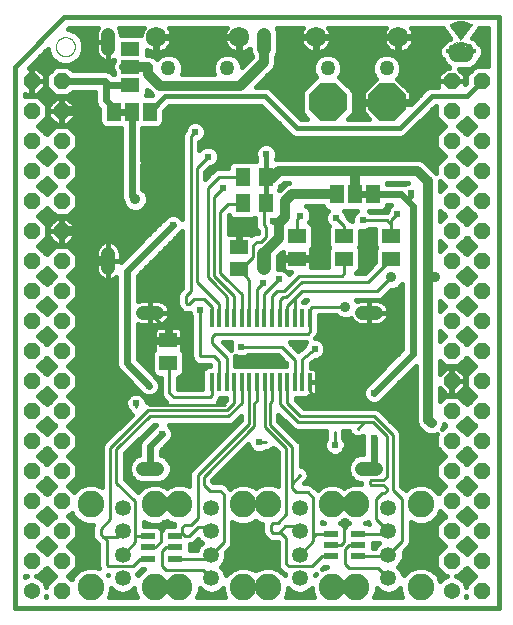
<source format=gbl>
G75*
%MOIN*%
%OFA0B0*%
%FSLAX25Y25*%
%IPPOS*%
%LPD*%
%AMOC8*
5,1,8,0,0,1.08239X$1,22.5*
%
%ADD10C,0.01600*%
%ADD11C,0.00000*%
%ADD12C,0.05400*%
%ADD13OC8,0.05400*%
%ADD14R,0.01378X0.05906*%
%ADD15OC8,0.12500*%
%ADD16C,0.04724*%
%ADD17R,0.05906X0.05118*%
%ADD18R,0.05118X0.05906*%
%ADD19R,0.04600X0.06300*%
%ADD20C,0.05315*%
%ADD21C,0.08858*%
%ADD22R,0.06300X0.04600*%
%ADD23C,0.06791*%
%ADD24C,0.05020*%
%ADD25R,0.04213X0.00039*%
%ADD26R,0.04646X0.00039*%
%ADD27R,0.04921X0.00039*%
%ADD28R,0.05157X0.00039*%
%ADD29R,0.05315X0.00039*%
%ADD30R,0.05472X0.00039*%
%ADD31R,0.05630X0.00039*%
%ADD32R,0.05748X0.00039*%
%ADD33R,0.05866X0.00039*%
%ADD34R,0.05984X0.00039*%
%ADD35R,0.06102X0.00039*%
%ADD36R,0.06181X0.00039*%
%ADD37R,0.06260X0.00039*%
%ADD38R,0.06378X0.00039*%
%ADD39R,0.06457X0.00039*%
%ADD40R,0.06496X0.00039*%
%ADD41R,0.06575X0.00039*%
%ADD42R,0.06654X0.00039*%
%ADD43R,0.06732X0.00039*%
%ADD44R,0.06772X0.00039*%
%ADD45R,0.06850X0.00039*%
%ADD46R,0.06890X0.00039*%
%ADD47R,0.06929X0.00039*%
%ADD48R,0.07008X0.00039*%
%ADD49R,0.07047X0.00039*%
%ADD50R,0.07087X0.00039*%
%ADD51R,0.07165X0.00039*%
%ADD52R,0.07205X0.00039*%
%ADD53R,0.07244X0.00039*%
%ADD54R,0.07283X0.00039*%
%ADD55R,0.07323X0.00039*%
%ADD56R,0.07362X0.00039*%
%ADD57R,0.07402X0.00039*%
%ADD58R,0.07441X0.00039*%
%ADD59R,0.07480X0.00039*%
%ADD60R,0.07520X0.00039*%
%ADD61R,0.07559X0.00039*%
%ADD62R,0.07598X0.00039*%
%ADD63R,0.07638X0.00039*%
%ADD64R,0.07677X0.00039*%
%ADD65R,0.07717X0.00039*%
%ADD66R,0.07756X0.00039*%
%ADD67R,0.07795X0.00039*%
%ADD68R,0.07835X0.00039*%
%ADD69R,0.07874X0.00039*%
%ADD70R,0.07913X0.00039*%
%ADD71R,0.07953X0.00039*%
%ADD72R,0.07992X0.00039*%
%ADD73R,0.08031X0.00039*%
%ADD74R,0.08071X0.00039*%
%ADD75R,0.08110X0.00039*%
%ADD76R,0.08150X0.00039*%
%ADD77R,0.08189X0.00039*%
%ADD78R,0.08228X0.00039*%
%ADD79R,0.08268X0.00039*%
%ADD80R,0.08307X0.00039*%
%ADD81R,0.08346X0.00039*%
%ADD82R,0.08386X0.00039*%
%ADD83R,0.09094X0.00039*%
%ADD84R,0.09370X0.00039*%
%ADD85R,0.09528X0.00039*%
%ADD86R,0.09606X0.00039*%
%ADD87R,0.09685X0.00039*%
%ADD88R,0.09764X0.00039*%
%ADD89R,0.09803X0.00039*%
%ADD90R,0.09843X0.00039*%
%ADD91R,0.09646X0.00039*%
%ADD92R,0.09567X0.00039*%
%ADD93R,0.09449X0.00039*%
%ADD94R,0.09213X0.00039*%
%ADD95R,0.02323X0.00039*%
%ADD96R,0.05551X0.00039*%
%ADD97R,0.02244X0.00039*%
%ADD98R,0.05433X0.00039*%
%ADD99R,0.05394X0.00039*%
%ADD100R,0.02205X0.00039*%
%ADD101R,0.05354X0.00039*%
%ADD102R,0.05276X0.00039*%
%ADD103R,0.05197X0.00039*%
%ADD104R,0.05118X0.00039*%
%ADD105R,0.05000X0.00039*%
%ADD106R,0.04882X0.00039*%
%ADD107R,0.04843X0.00039*%
%ADD108R,0.04764X0.00039*%
%ADD109R,0.04488X0.00039*%
%ADD110R,0.03701X0.00039*%
%ADD111R,0.00433X0.00039*%
%ADD112R,0.02283X0.00039*%
%ADD113R,0.03583X0.00039*%
%ADD114R,0.03504X0.00039*%
%ADD115R,0.03425X0.00039*%
%ADD116R,0.03307X0.00039*%
%ADD117R,0.03189X0.00039*%
%ADD118R,0.03110X0.00039*%
%ADD119R,0.03071X0.00039*%
%ADD120R,0.03031X0.00039*%
%ADD121R,0.00630X0.00039*%
%ADD122R,0.01299X0.00039*%
%ADD123R,0.04449X0.00039*%
%ADD124R,0.04370X0.00039*%
%ADD125R,0.04331X0.00039*%
%ADD126R,0.03622X0.00039*%
%ADD127R,0.00472X0.00039*%
%ADD128R,0.03543X0.00039*%
%ADD129R,0.00315X0.00039*%
%ADD130R,0.03465X0.00039*%
%ADD131R,0.03386X0.00039*%
%ADD132R,0.00551X0.00039*%
%ADD133R,0.01772X0.00039*%
%ADD134R,0.00354X0.00039*%
%ADD135R,0.01614X0.00039*%
%ADD136R,0.00512X0.00039*%
%ADD137R,0.01417X0.00039*%
%ADD138R,0.01181X0.00039*%
%ADD139R,0.00906X0.00039*%
%ADD140R,0.00236X0.00039*%
%ADD141R,0.00197X0.00039*%
%ADD142R,0.00079X0.00039*%
%ADD143R,0.00039X0.00039*%
%ADD144R,0.00118X0.00039*%
%ADD145R,0.00276X0.00039*%
%ADD146R,0.00591X0.00039*%
%ADD147R,0.00669X0.00039*%
%ADD148R,0.00748X0.00039*%
%ADD149R,0.00827X0.00039*%
%ADD150R,0.00984X0.00039*%
%ADD151R,0.01063X0.00039*%
%ADD152R,0.01142X0.00039*%
%ADD153R,0.01220X0.00039*%
%ADD154R,0.01378X0.00039*%
%ADD155R,0.01457X0.00039*%
%ADD156R,0.01535X0.00039*%
%ADD157R,0.01654X0.00039*%
%ADD158R,0.01693X0.00039*%
%ADD159R,0.01850X0.00039*%
%ADD160R,0.01890X0.00039*%
%ADD161R,0.01929X0.00039*%
%ADD162R,0.02008X0.00039*%
%ADD163R,0.02087X0.00039*%
%ADD164R,0.02126X0.00039*%
%ADD165R,0.02165X0.00039*%
%ADD166R,0.02362X0.00039*%
%ADD167R,0.02402X0.00039*%
%ADD168R,0.02480X0.00039*%
%ADD169R,0.02559X0.00039*%
%ADD170R,0.02638X0.00039*%
%ADD171R,0.02717X0.00039*%
%ADD172R,0.02795X0.00039*%
%ADD173R,0.02874X0.00039*%
%ADD174R,0.02953X0.00039*%
%ADD175R,0.02992X0.00039*%
%ADD176R,0.01260X0.00039*%
%ADD177R,0.01575X0.00039*%
%ADD178R,0.01339X0.00039*%
%ADD179R,0.01732X0.00039*%
%ADD180R,0.03661X0.00039*%
%ADD181R,0.03740X0.00039*%
%ADD182R,0.03819X0.00039*%
%ADD183R,0.03898X0.00039*%
%ADD184R,0.03937X0.00039*%
%ADD185R,0.03976X0.00039*%
%ADD186R,0.04055X0.00039*%
%ADD187R,0.04094X0.00039*%
%ADD188R,0.04173X0.00039*%
%ADD189R,0.04291X0.00039*%
%ADD190R,0.04409X0.00039*%
%ADD191R,0.04528X0.00039*%
%ADD192R,0.04567X0.00039*%
%ADD193R,0.04685X0.00039*%
%ADD194R,0.04803X0.00039*%
%ADD195R,0.05039X0.00039*%
%ADD196R,0.05079X0.00039*%
%ADD197R,0.05512X0.00039*%
%ADD198R,0.05669X0.00039*%
%ADD199R,0.05787X0.00039*%
%ADD200R,0.04134X0.00039*%
%ADD201R,0.04252X0.00039*%
%ADD202R,0.01811X0.00039*%
%ADD203R,0.06339X0.00039*%
%ADD204R,0.06535X0.00039*%
%ADD205R,0.06614X0.00039*%
%ADD206R,0.06693X0.00039*%
%ADD207R,0.06969X0.00039*%
%ADD208R,0.02441X0.00039*%
%ADD209R,0.02520X0.00039*%
%ADD210R,0.04606X0.00039*%
%ADD211R,0.00945X0.00039*%
%ADD212R,0.06220X0.00039*%
%ADD213R,0.01024X0.00039*%
%ADD214R,0.06299X0.00039*%
%ADD215R,0.06142X0.00039*%
%ADD216R,0.05827X0.00039*%
%ADD217R,0.03268X0.00039*%
%ADD218R,0.04724X0.02362*%
%ADD219C,0.03200*%
%ADD220C,0.02400*%
%ADD221C,0.01000*%
%ADD222C,0.02400*%
%ADD223C,0.03562*%
D10*
X0022538Y0040030D02*
X0183955Y0040030D01*
X0183955Y0236880D01*
X0039073Y0236880D01*
X0022538Y0220344D01*
X0022538Y0040030D01*
X0026138Y0050227D02*
X0026749Y0050481D01*
X0026138Y0050481D01*
X0026138Y0050227D01*
X0029744Y0050481D02*
X0030359Y0050481D01*
X0033247Y0053368D01*
X0036034Y0050581D01*
X0033147Y0047693D01*
X0033147Y0047078D01*
X0032570Y0048470D01*
X0031136Y0049904D01*
X0029744Y0050481D01*
X0031098Y0051219D02*
X0035396Y0051219D01*
X0035074Y0049621D02*
X0031419Y0049621D01*
X0032756Y0048022D02*
X0033476Y0048022D01*
X0033147Y0044083D02*
X0033147Y0043630D01*
X0032959Y0043630D01*
X0033147Y0044083D01*
X0032696Y0052818D02*
X0033797Y0052818D01*
X0033247Y0057793D02*
X0036034Y0060581D01*
X0033247Y0063368D01*
X0030459Y0060581D01*
X0033247Y0057793D01*
X0031828Y0059212D02*
X0034665Y0059212D01*
X0035805Y0060810D02*
X0030689Y0060810D01*
X0032287Y0062409D02*
X0034206Y0062409D01*
X0033247Y0067793D02*
X0036034Y0070581D01*
X0033247Y0073368D01*
X0030459Y0070581D01*
X0033247Y0067793D01*
X0034256Y0068803D02*
X0032237Y0068803D01*
X0030639Y0070401D02*
X0035855Y0070401D01*
X0034615Y0072000D02*
X0031878Y0072000D01*
X0033247Y0077793D02*
X0036034Y0080581D01*
X0033247Y0083368D01*
X0030459Y0080581D01*
X0033247Y0077793D01*
X0032646Y0078394D02*
X0033847Y0078394D01*
X0035446Y0079992D02*
X0031048Y0079992D01*
X0031469Y0081591D02*
X0035024Y0081591D01*
X0033426Y0083189D02*
X0033068Y0083189D01*
X0033247Y0087793D02*
X0036034Y0090581D01*
X0033247Y0093368D01*
X0030459Y0090581D01*
X0033247Y0087793D01*
X0033438Y0087985D02*
X0033055Y0087985D01*
X0031456Y0089583D02*
X0035037Y0089583D01*
X0035433Y0091182D02*
X0031060Y0091182D01*
X0032659Y0092780D02*
X0033835Y0092780D01*
X0033247Y0097793D02*
X0036034Y0100581D01*
X0033247Y0103368D01*
X0030459Y0100581D01*
X0033247Y0097793D01*
X0031865Y0099174D02*
X0034628Y0099174D01*
X0035842Y0100773D02*
X0030651Y0100773D01*
X0032250Y0102371D02*
X0034243Y0102371D01*
X0033247Y0107793D02*
X0036034Y0110581D01*
X0033247Y0113368D01*
X0030459Y0110581D01*
X0033247Y0107793D01*
X0034219Y0108766D02*
X0032274Y0108766D01*
X0030676Y0110364D02*
X0035818Y0110364D01*
X0034652Y0111963D02*
X0031841Y0111963D01*
X0033247Y0117793D02*
X0036034Y0120581D01*
X0033247Y0123368D01*
X0030459Y0120581D01*
X0033247Y0117793D01*
X0033810Y0118357D02*
X0032683Y0118357D01*
X0031085Y0119955D02*
X0035409Y0119955D01*
X0035061Y0121554D02*
X0031432Y0121554D01*
X0033031Y0123152D02*
X0033463Y0123152D01*
X0033247Y0127793D02*
X0036034Y0130581D01*
X0033247Y0133368D01*
X0030459Y0130581D01*
X0033247Y0127793D01*
X0033401Y0127948D02*
X0033092Y0127948D01*
X0031494Y0129546D02*
X0035000Y0129546D01*
X0035470Y0131145D02*
X0031023Y0131145D01*
X0032622Y0132743D02*
X0033872Y0132743D01*
X0033247Y0137793D02*
X0036034Y0140581D01*
X0033247Y0143368D01*
X0030459Y0140581D01*
X0033247Y0137793D01*
X0031903Y0139137D02*
X0034591Y0139137D01*
X0035879Y0140736D02*
X0030614Y0140736D01*
X0032213Y0142334D02*
X0034281Y0142334D01*
X0033247Y0147793D02*
X0036034Y0150581D01*
X0033247Y0153368D01*
X0030459Y0150581D01*
X0033247Y0147793D01*
X0032312Y0148728D02*
X0034182Y0148728D01*
X0035780Y0150327D02*
X0030713Y0150327D01*
X0031804Y0151925D02*
X0034690Y0151925D01*
X0033247Y0157793D02*
X0030459Y0160581D01*
X0033347Y0163468D01*
X0033347Y0167693D01*
X0030459Y0170581D01*
X0033247Y0173368D01*
X0036134Y0170481D01*
X0040359Y0170481D01*
X0043347Y0173468D01*
X0043347Y0177693D01*
X0040459Y0180581D01*
X0043347Y0183468D01*
X0043347Y0187693D01*
X0040459Y0190581D01*
X0043347Y0193468D01*
X0043347Y0197693D01*
X0040359Y0200681D01*
X0036134Y0200681D01*
X0033247Y0197793D01*
X0030459Y0200581D01*
X0033347Y0203468D01*
X0033347Y0207693D01*
X0030359Y0210681D01*
X0026138Y0210681D01*
X0026138Y0211325D01*
X0026383Y0211081D01*
X0028147Y0211081D01*
X0028147Y0215481D01*
X0028347Y0215481D01*
X0028347Y0215681D01*
X0028147Y0215681D01*
X0028147Y0220081D01*
X0027365Y0220081D01*
X0033518Y0226233D01*
X0033518Y0225854D01*
X0034423Y0223667D01*
X0036097Y0221994D01*
X0038284Y0221088D01*
X0040651Y0221088D01*
X0042837Y0221994D01*
X0044511Y0223667D01*
X0045417Y0225854D01*
X0045417Y0228221D01*
X0044511Y0230408D01*
X0042837Y0232081D01*
X0040651Y0232987D01*
X0040272Y0232987D01*
X0040565Y0233280D01*
X0050169Y0233280D01*
X0050136Y0233235D01*
X0049838Y0232651D01*
X0049636Y0232028D01*
X0049533Y0231381D01*
X0049533Y0228691D01*
X0053695Y0228691D01*
X0053695Y0228691D01*
X0049533Y0228691D01*
X0049533Y0226001D01*
X0049636Y0225354D01*
X0049838Y0224731D01*
X0050136Y0224147D01*
X0050521Y0223617D01*
X0050984Y0223154D01*
X0051514Y0222769D01*
X0052098Y0222471D01*
X0052721Y0222269D01*
X0053368Y0222167D01*
X0053695Y0222167D01*
X0053695Y0228691D01*
X0053696Y0228691D01*
X0053696Y0222167D01*
X0054023Y0222167D01*
X0054670Y0222269D01*
X0055293Y0222471D01*
X0055571Y0222613D01*
X0055571Y0222150D01*
X0055152Y0221140D01*
X0055152Y0219549D01*
X0055571Y0218538D01*
X0055571Y0217944D01*
X0055321Y0217944D01*
X0054892Y0218373D01*
X0054632Y0218633D01*
X0053309Y0219181D01*
X0041859Y0219181D01*
X0040359Y0220681D01*
X0036134Y0220681D01*
X0033147Y0217693D01*
X0033147Y0213468D01*
X0036134Y0210481D01*
X0040359Y0210481D01*
X0041859Y0211981D01*
X0049253Y0211981D01*
X0049253Y0208605D01*
X0049801Y0207282D01*
X0050814Y0206269D01*
X0050814Y0206268D01*
X0050814Y0201756D01*
X0051180Y0200874D01*
X0051855Y0200199D01*
X0052737Y0199834D01*
X0057914Y0199834D01*
X0057914Y0176715D01*
X0058462Y0175392D01*
X0058570Y0175284D01*
X0059151Y0173882D01*
X0060327Y0172705D01*
X0061864Y0172069D01*
X0063527Y0172069D01*
X0065064Y0172705D01*
X0066240Y0173882D01*
X0066877Y0175418D01*
X0066877Y0177082D01*
X0066240Y0178618D01*
X0065114Y0179744D01*
X0065114Y0187667D01*
X0065202Y0187878D01*
X0065202Y0189032D01*
X0065114Y0189243D01*
X0065114Y0199834D01*
X0070292Y0199834D01*
X0071174Y0200199D01*
X0071849Y0200874D01*
X0072214Y0201756D01*
X0072214Y0205558D01*
X0073958Y0207302D01*
X0104677Y0207302D01*
X0113920Y0198059D01*
X0114820Y0197159D01*
X0115996Y0196672D01*
X0151521Y0196672D01*
X0152697Y0197159D01*
X0162840Y0207302D01*
X0163147Y0207302D01*
X0163147Y0203468D01*
X0166034Y0200581D01*
X0163147Y0197693D01*
X0163147Y0193468D01*
X0166034Y0190581D01*
X0163147Y0187693D01*
X0163147Y0184999D01*
X0159056Y0189090D01*
X0157586Y0189699D01*
X0109931Y0189699D01*
X0109612Y0189566D01*
X0109996Y0190495D01*
X0109996Y0191927D01*
X0109448Y0193250D01*
X0108436Y0194263D01*
X0107112Y0194811D01*
X0105680Y0194811D01*
X0104357Y0194263D01*
X0103344Y0193250D01*
X0102796Y0191927D01*
X0102796Y0190495D01*
X0102999Y0190004D01*
X0102999Y0189015D01*
X0102459Y0188792D01*
X0101756Y0189083D01*
X0095683Y0189083D01*
X0094801Y0188718D01*
X0094125Y0188043D01*
X0093760Y0187160D01*
X0093760Y0186630D01*
X0091146Y0186630D01*
X0091072Y0186657D01*
X0090572Y0186630D01*
X0090071Y0186630D01*
X0089999Y0186600D01*
X0089920Y0186596D01*
X0089468Y0186380D01*
X0089006Y0186189D01*
X0088950Y0186133D01*
X0088879Y0186099D01*
X0088544Y0185727D01*
X0088190Y0185373D01*
X0088160Y0185300D01*
X0086068Y0182976D01*
X0086068Y0185285D01*
X0087606Y0186823D01*
X0087821Y0186823D01*
X0089144Y0187371D01*
X0090157Y0188384D01*
X0090705Y0189707D01*
X0090705Y0191139D01*
X0090157Y0192462D01*
X0089144Y0193475D01*
X0087821Y0194023D01*
X0086389Y0194023D01*
X0085066Y0193475D01*
X0084099Y0192509D01*
X0084099Y0195343D01*
X0084814Y0195639D01*
X0085826Y0196652D01*
X0086374Y0197975D01*
X0086374Y0199407D01*
X0085826Y0200730D01*
X0084814Y0201743D01*
X0083490Y0202291D01*
X0082058Y0202291D01*
X0080735Y0201743D01*
X0079722Y0200730D01*
X0079174Y0199407D01*
X0079174Y0199192D01*
X0078741Y0198759D01*
X0078299Y0197693D01*
X0078299Y0169674D01*
X0077333Y0170641D01*
X0076010Y0171189D01*
X0074578Y0171189D01*
X0073255Y0170641D01*
X0072242Y0169628D01*
X0071455Y0168840D01*
X0057858Y0155244D01*
X0057858Y0155691D01*
X0057858Y0158381D01*
X0057755Y0159028D01*
X0057553Y0159651D01*
X0057255Y0160235D01*
X0056870Y0160765D01*
X0056407Y0161228D01*
X0055877Y0161613D01*
X0055293Y0161910D01*
X0054670Y0162113D01*
X0054023Y0162215D01*
X0053696Y0162215D01*
X0053696Y0155691D01*
X0057858Y0155691D01*
X0053696Y0155691D01*
X0053696Y0155691D01*
X0053695Y0155691D01*
X0053695Y0155691D01*
X0049533Y0155691D01*
X0049533Y0158381D01*
X0049636Y0159028D01*
X0049838Y0159651D01*
X0050136Y0160235D01*
X0050521Y0160765D01*
X0050984Y0161228D01*
X0051514Y0161613D01*
X0052098Y0161910D01*
X0052721Y0162113D01*
X0053368Y0162215D01*
X0053695Y0162215D01*
X0053695Y0155691D01*
X0049533Y0155691D01*
X0049533Y0153001D01*
X0049636Y0152354D01*
X0049838Y0151731D01*
X0050136Y0151147D01*
X0050521Y0150617D01*
X0050984Y0150154D01*
X0051514Y0149769D01*
X0052098Y0149471D01*
X0052721Y0149269D01*
X0053368Y0149167D01*
X0053695Y0149167D01*
X0053695Y0155691D01*
X0053696Y0155691D01*
X0053696Y0149167D01*
X0054023Y0149167D01*
X0054670Y0149269D01*
X0055293Y0149471D01*
X0055877Y0149769D01*
X0056340Y0150105D01*
X0056340Y0120809D01*
X0056888Y0119486D01*
X0057900Y0118474D01*
X0057900Y0118474D01*
X0064368Y0112006D01*
X0065381Y0110993D01*
X0066704Y0110445D01*
X0068136Y0110445D01*
X0069459Y0110993D01*
X0070472Y0112006D01*
X0071020Y0113329D01*
X0071020Y0114761D01*
X0070472Y0116085D01*
X0069459Y0117097D01*
X0069442Y0117114D01*
X0070289Y0116763D01*
X0071213Y0116763D01*
X0071213Y0111106D01*
X0071654Y0110040D01*
X0072470Y0109225D01*
X0073017Y0108678D01*
X0066689Y0108678D01*
X0066689Y0108856D01*
X0066141Y0110179D01*
X0065128Y0111192D01*
X0063805Y0111740D01*
X0062373Y0111740D01*
X0061050Y0111192D01*
X0060037Y0110179D01*
X0059489Y0108856D01*
X0059489Y0107424D01*
X0060037Y0106101D01*
X0060454Y0105684D01*
X0060631Y0105257D01*
X0061447Y0104441D01*
X0061547Y0104399D01*
X0052785Y0095638D01*
X0051969Y0094822D01*
X0051528Y0093756D01*
X0051528Y0080348D01*
X0049211Y0081307D01*
X0046495Y0081307D01*
X0043985Y0080268D01*
X0042378Y0078662D01*
X0040459Y0080581D01*
X0043347Y0083468D01*
X0043347Y0087693D01*
X0040459Y0090581D01*
X0043347Y0093468D01*
X0043347Y0097693D01*
X0040459Y0100581D01*
X0043347Y0103468D01*
X0043347Y0107693D01*
X0040459Y0110581D01*
X0043347Y0113468D01*
X0043347Y0117693D01*
X0040459Y0120581D01*
X0043347Y0123468D01*
X0043347Y0127693D01*
X0040459Y0130581D01*
X0043347Y0133468D01*
X0043347Y0137693D01*
X0040459Y0140581D01*
X0043347Y0143468D01*
X0043347Y0147693D01*
X0040459Y0150581D01*
X0043347Y0153468D01*
X0043347Y0157693D01*
X0040359Y0160681D01*
X0036134Y0160681D01*
X0033247Y0157793D01*
X0032721Y0158319D02*
X0033773Y0158319D01*
X0035371Y0159918D02*
X0031122Y0159918D01*
X0031395Y0161516D02*
X0035947Y0161516D01*
X0036383Y0161081D02*
X0033747Y0163717D01*
X0033747Y0165481D01*
X0038147Y0165481D01*
X0038147Y0165681D01*
X0038147Y0170081D01*
X0036383Y0170081D01*
X0033747Y0167445D01*
X0033747Y0165681D01*
X0038147Y0165681D01*
X0038347Y0165681D01*
X0038347Y0170081D01*
X0040111Y0170081D01*
X0042747Y0167445D01*
X0042747Y0165681D01*
X0038347Y0165681D01*
X0038347Y0165481D01*
X0042747Y0165481D01*
X0042747Y0163717D01*
X0040111Y0161081D01*
X0038347Y0161081D01*
X0038347Y0165481D01*
X0038147Y0165481D01*
X0038147Y0161081D01*
X0036383Y0161081D01*
X0038147Y0161516D02*
X0038347Y0161516D01*
X0038347Y0163115D02*
X0038147Y0163115D01*
X0038147Y0164713D02*
X0038347Y0164713D01*
X0038347Y0166312D02*
X0038147Y0166312D01*
X0038147Y0167910D02*
X0038347Y0167910D01*
X0038347Y0169509D02*
X0038147Y0169509D01*
X0035811Y0169509D02*
X0031531Y0169509D01*
X0030986Y0171107D02*
X0035507Y0171107D01*
X0033909Y0172706D02*
X0032584Y0172706D01*
X0033129Y0167910D02*
X0034212Y0167910D01*
X0033747Y0166312D02*
X0033347Y0166312D01*
X0033347Y0164713D02*
X0033747Y0164713D01*
X0034349Y0163115D02*
X0032993Y0163115D01*
X0040546Y0161516D02*
X0051381Y0161516D01*
X0049974Y0159918D02*
X0041122Y0159918D01*
X0042721Y0158319D02*
X0049533Y0158319D01*
X0049533Y0156721D02*
X0043347Y0156721D01*
X0043347Y0155122D02*
X0049533Y0155122D01*
X0049533Y0153524D02*
X0043347Y0153524D01*
X0041804Y0151925D02*
X0049775Y0151925D01*
X0050811Y0150327D02*
X0040713Y0150327D01*
X0042312Y0148728D02*
X0056340Y0148728D01*
X0056340Y0147130D02*
X0043347Y0147130D01*
X0043347Y0145531D02*
X0056340Y0145531D01*
X0056340Y0143933D02*
X0043347Y0143933D01*
X0042213Y0142334D02*
X0056340Y0142334D01*
X0056340Y0140736D02*
X0040614Y0140736D01*
X0041903Y0139137D02*
X0056340Y0139137D01*
X0056340Y0137539D02*
X0043347Y0137539D01*
X0043347Y0135940D02*
X0056340Y0135940D01*
X0056340Y0134342D02*
X0043347Y0134342D01*
X0042622Y0132743D02*
X0056340Y0132743D01*
X0056340Y0131145D02*
X0041023Y0131145D01*
X0041494Y0129546D02*
X0056340Y0129546D01*
X0056340Y0127948D02*
X0043092Y0127948D01*
X0043347Y0126349D02*
X0056340Y0126349D01*
X0056340Y0124751D02*
X0043347Y0124751D01*
X0043031Y0123152D02*
X0056340Y0123152D01*
X0056340Y0121554D02*
X0041432Y0121554D01*
X0041085Y0119955D02*
X0056694Y0119955D01*
X0058017Y0118357D02*
X0042683Y0118357D01*
X0043347Y0116758D02*
X0059616Y0116758D01*
X0061214Y0115160D02*
X0043347Y0115160D01*
X0043347Y0113561D02*
X0062813Y0113561D01*
X0064368Y0112006D02*
X0064368Y0112006D01*
X0064412Y0111963D02*
X0041841Y0111963D01*
X0040676Y0110364D02*
X0060222Y0110364D01*
X0059489Y0108766D02*
X0042274Y0108766D01*
X0043347Y0107167D02*
X0059596Y0107167D01*
X0060502Y0105568D02*
X0043347Y0105568D01*
X0043347Y0103970D02*
X0061117Y0103970D01*
X0059519Y0102371D02*
X0042250Y0102371D01*
X0040651Y0100773D02*
X0057920Y0100773D01*
X0056322Y0099174D02*
X0041865Y0099174D01*
X0043347Y0097576D02*
X0054723Y0097576D01*
X0053125Y0095977D02*
X0043347Y0095977D01*
X0043347Y0094379D02*
X0051786Y0094379D01*
X0051528Y0092780D02*
X0042659Y0092780D01*
X0041060Y0091182D02*
X0051528Y0091182D01*
X0051528Y0089583D02*
X0041457Y0089583D01*
X0043055Y0087985D02*
X0051528Y0087985D01*
X0051528Y0086386D02*
X0043347Y0086386D01*
X0043347Y0084788D02*
X0051528Y0084788D01*
X0051528Y0083189D02*
X0043068Y0083189D01*
X0041469Y0081591D02*
X0051528Y0081591D01*
X0048522Y0082156D02*
X0045766Y0082156D01*
X0043709Y0079992D02*
X0041048Y0079992D01*
X0041602Y0071724D02*
X0040459Y0070581D01*
X0043347Y0067693D01*
X0043347Y0063468D01*
X0040459Y0060581D01*
X0043347Y0057693D01*
X0043347Y0053468D01*
X0040459Y0050581D01*
X0041533Y0049507D01*
X0042064Y0050788D01*
X0043985Y0052709D01*
X0046495Y0053748D01*
X0049211Y0053748D01*
X0050521Y0053206D01*
X0050347Y0053626D01*
X0050347Y0061269D01*
X0049607Y0062009D01*
X0048820Y0062796D01*
X0048378Y0063862D01*
X0048378Y0066984D01*
X0048654Y0067649D01*
X0046495Y0067649D01*
X0043985Y0068689D01*
X0042064Y0070610D01*
X0041602Y0071724D01*
X0042272Y0070401D02*
X0040639Y0070401D01*
X0042237Y0068803D02*
X0043871Y0068803D01*
X0043347Y0067204D02*
X0048469Y0067204D01*
X0048378Y0065606D02*
X0043347Y0065606D01*
X0043347Y0064007D02*
X0048378Y0064007D01*
X0049207Y0062409D02*
X0042287Y0062409D01*
X0040689Y0060810D02*
X0050347Y0060810D01*
X0050347Y0059212D02*
X0041828Y0059212D01*
X0043347Y0057613D02*
X0050347Y0057613D01*
X0050347Y0056015D02*
X0043347Y0056015D01*
X0043347Y0054416D02*
X0050347Y0054416D01*
X0053521Y0050909D02*
X0053550Y0050909D01*
X0053541Y0050889D01*
X0053521Y0050909D01*
X0054682Y0046520D02*
X0055697Y0045506D01*
X0057556Y0044736D01*
X0059568Y0044736D01*
X0061427Y0045506D01*
X0062441Y0046520D01*
X0062441Y0045561D01*
X0063241Y0043630D01*
X0053882Y0043630D01*
X0054682Y0045561D01*
X0054682Y0046520D01*
X0054682Y0046424D02*
X0054779Y0046424D01*
X0054377Y0044825D02*
X0057340Y0044825D01*
X0059783Y0044825D02*
X0062746Y0044825D01*
X0062441Y0046424D02*
X0062344Y0046424D01*
X0063582Y0050889D02*
X0063414Y0051294D01*
X0063551Y0051351D01*
X0064367Y0052166D01*
X0064987Y0052787D01*
X0065591Y0052787D01*
X0065402Y0052709D01*
X0063582Y0050889D01*
X0063445Y0051219D02*
X0063912Y0051219D01*
X0065596Y0067430D02*
X0065596Y0068609D01*
X0067912Y0067649D01*
X0070629Y0067649D01*
X0073139Y0068689D01*
X0073325Y0068876D01*
X0073512Y0068689D01*
X0075710Y0067779D01*
X0075565Y0067430D01*
X0073242Y0067430D01*
X0072360Y0067064D01*
X0071685Y0066389D01*
X0071554Y0066073D01*
X0071423Y0066389D01*
X0070748Y0067064D01*
X0069866Y0067430D01*
X0065596Y0067430D01*
X0070410Y0067204D02*
X0072698Y0067204D01*
X0073253Y0068803D02*
X0073398Y0068803D01*
X0080844Y0061145D02*
X0080844Y0059268D01*
X0083278Y0059268D01*
X0083802Y0060532D01*
X0084874Y0061604D01*
X0083802Y0062677D01*
X0083725Y0062863D01*
X0082448Y0061587D01*
X0081383Y0061145D01*
X0080844Y0061145D01*
X0080844Y0060810D02*
X0084080Y0060810D01*
X0084070Y0062409D02*
X0083270Y0062409D01*
X0091305Y0053730D02*
X0092377Y0054802D01*
X0093147Y0056661D01*
X0093147Y0058624D01*
X0094682Y0060158D01*
X0095123Y0061224D01*
X0095123Y0068609D01*
X0097439Y0067649D01*
X0100156Y0067649D01*
X0102666Y0068689D01*
X0102853Y0068876D01*
X0103040Y0068689D01*
X0105071Y0067847D01*
X0105071Y0065043D01*
X0105513Y0063977D01*
X0106300Y0063190D01*
X0107116Y0062374D01*
X0108182Y0061933D01*
X0110189Y0061933D01*
X0110189Y0054020D01*
X0110631Y0052954D01*
X0111447Y0052138D01*
X0112234Y0051351D01*
X0112707Y0051155D01*
X0112596Y0050889D01*
X0110777Y0052709D01*
X0108267Y0053748D01*
X0105550Y0053748D01*
X0103040Y0052709D01*
X0102853Y0052522D01*
X0102666Y0052709D01*
X0100156Y0053748D01*
X0097439Y0053748D01*
X0094930Y0052709D01*
X0093110Y0050889D01*
X0092377Y0052658D01*
X0091305Y0053730D01*
X0091990Y0054416D02*
X0110189Y0054416D01*
X0110189Y0056015D02*
X0092879Y0056015D01*
X0093147Y0057613D02*
X0110189Y0057613D01*
X0110189Y0059212D02*
X0093735Y0059212D01*
X0094952Y0060810D02*
X0110189Y0060810D01*
X0107081Y0062409D02*
X0095123Y0062409D01*
X0095123Y0064007D02*
X0105500Y0064007D01*
X0105071Y0065606D02*
X0095123Y0065606D01*
X0095123Y0067204D02*
X0105071Y0067204D01*
X0102926Y0068803D02*
X0102780Y0068803D01*
X0102853Y0080081D02*
X0102666Y0080268D01*
X0100156Y0081307D01*
X0097439Y0081307D01*
X0094930Y0080268D01*
X0094405Y0079744D01*
X0093866Y0080283D01*
X0092685Y0081464D01*
X0091619Y0081906D01*
X0088700Y0081906D01*
X0088430Y0082176D01*
X0088430Y0082529D01*
X0100434Y0094533D01*
X0100434Y0094432D01*
X0100982Y0093108D01*
X0101995Y0092096D01*
X0103318Y0091548D01*
X0104750Y0091548D01*
X0106073Y0092096D01*
X0106225Y0092248D01*
X0106973Y0092248D01*
X0108039Y0092689D01*
X0108759Y0093409D01*
X0110189Y0091978D01*
X0110189Y0080511D01*
X0108267Y0081307D01*
X0105550Y0081307D01*
X0103040Y0080268D01*
X0102853Y0080081D01*
X0110189Y0081591D02*
X0092379Y0081591D01*
X0094157Y0079992D02*
X0094654Y0079992D01*
X0090689Y0084788D02*
X0110189Y0084788D01*
X0110189Y0086386D02*
X0092287Y0086386D01*
X0093886Y0087985D02*
X0110189Y0087985D01*
X0110189Y0089583D02*
X0095484Y0089583D01*
X0097083Y0091182D02*
X0110189Y0091182D01*
X0109387Y0092780D02*
X0108130Y0092780D01*
X0101310Y0092780D02*
X0098681Y0092780D01*
X0100280Y0094379D02*
X0100456Y0094379D01*
X0094511Y0099174D02*
X0075121Y0099174D01*
X0075351Y0098620D02*
X0074803Y0099943D01*
X0073836Y0100909D01*
X0094375Y0100909D01*
X0095441Y0101351D01*
X0097903Y0103813D01*
X0097903Y0102567D01*
X0081919Y0086583D01*
X0081103Y0085767D01*
X0080662Y0084701D01*
X0080662Y0080511D01*
X0078739Y0081307D01*
X0076022Y0081307D01*
X0073512Y0080268D01*
X0073325Y0080081D01*
X0073139Y0080268D01*
X0070629Y0081307D01*
X0067912Y0081307D01*
X0065402Y0080268D01*
X0063697Y0078563D01*
X0059296Y0082963D01*
X0059296Y0091579D01*
X0068983Y0100909D01*
X0069665Y0100909D01*
X0068699Y0099943D01*
X0064675Y0095919D01*
X0064127Y0094596D01*
X0064127Y0091041D01*
X0062667Y0090437D01*
X0061328Y0089097D01*
X0060603Y0087347D01*
X0060603Y0085452D01*
X0061328Y0083702D01*
X0062667Y0082362D01*
X0064418Y0081637D01*
X0071036Y0081637D01*
X0072787Y0082362D01*
X0074126Y0083702D01*
X0074851Y0085452D01*
X0074851Y0087347D01*
X0074126Y0089097D01*
X0072787Y0090437D01*
X0071327Y0091041D01*
X0071327Y0092389D01*
X0073790Y0094852D01*
X0074803Y0095864D01*
X0075351Y0097187D01*
X0075351Y0098620D01*
X0075351Y0097576D02*
X0092912Y0097576D01*
X0091314Y0095977D02*
X0074849Y0095977D01*
X0073317Y0094379D02*
X0089715Y0094379D01*
X0088117Y0092780D02*
X0071719Y0092780D01*
X0071327Y0091182D02*
X0086518Y0091182D01*
X0084920Y0089583D02*
X0073640Y0089583D01*
X0074587Y0087985D02*
X0083321Y0087985D01*
X0081723Y0086386D02*
X0074851Y0086386D01*
X0074576Y0084788D02*
X0080698Y0084788D01*
X0080662Y0083189D02*
X0073614Y0083189D01*
X0080662Y0081591D02*
X0060669Y0081591D01*
X0061840Y0083189D02*
X0059296Y0083189D01*
X0059296Y0084788D02*
X0060878Y0084788D01*
X0060603Y0086386D02*
X0059296Y0086386D01*
X0059296Y0087985D02*
X0060867Y0087985D01*
X0061814Y0089583D02*
X0059296Y0089583D01*
X0059296Y0091182D02*
X0064127Y0091182D01*
X0064127Y0092780D02*
X0060543Y0092780D01*
X0062203Y0094379D02*
X0064127Y0094379D01*
X0063863Y0095977D02*
X0064733Y0095977D01*
X0065522Y0097576D02*
X0066332Y0097576D01*
X0067182Y0099174D02*
X0067930Y0099174D01*
X0068842Y0100773D02*
X0069529Y0100773D01*
X0073972Y0100773D02*
X0096109Y0100773D01*
X0096462Y0102371D02*
X0097708Y0102371D01*
X0092203Y0108678D02*
X0092864Y0109338D01*
X0092864Y0109886D01*
X0092078Y0109886D01*
X0091984Y0109925D01*
X0091891Y0109886D01*
X0090959Y0109886D01*
X0090663Y0109171D01*
X0090169Y0108678D01*
X0092203Y0108678D01*
X0092291Y0108766D02*
X0090257Y0108766D01*
X0085116Y0113008D02*
X0077013Y0113008D01*
X0077013Y0116763D01*
X0077149Y0116763D01*
X0078031Y0117129D01*
X0078707Y0117804D01*
X0079072Y0118686D01*
X0079072Y0124759D01*
X0078707Y0125641D01*
X0078360Y0125988D01*
X0078472Y0126407D01*
X0078472Y0128723D01*
X0074199Y0128723D01*
X0074199Y0129682D01*
X0078472Y0129682D01*
X0078472Y0131999D01*
X0078349Y0132457D01*
X0078112Y0132867D01*
X0077777Y0133202D01*
X0077367Y0133439D01*
X0076909Y0133562D01*
X0074199Y0133562D01*
X0074199Y0129682D01*
X0073240Y0129682D01*
X0073240Y0128723D01*
X0068966Y0128723D01*
X0068966Y0126407D01*
X0069079Y0125988D01*
X0068732Y0125641D01*
X0068366Y0124759D01*
X0068366Y0118686D01*
X0068717Y0117839D01*
X0063540Y0123017D01*
X0063540Y0134658D01*
X0063767Y0134542D01*
X0064390Y0134340D01*
X0065037Y0134237D01*
X0067727Y0134237D01*
X0070417Y0134237D01*
X0071064Y0134340D01*
X0071687Y0134542D01*
X0072271Y0134840D01*
X0072801Y0135225D01*
X0073264Y0135688D01*
X0073649Y0136218D01*
X0073946Y0136802D01*
X0074149Y0137425D01*
X0074251Y0138072D01*
X0074251Y0138400D01*
X0074251Y0138727D01*
X0074149Y0139374D01*
X0073946Y0139997D01*
X0073649Y0140581D01*
X0073264Y0141111D01*
X0072801Y0141574D01*
X0072271Y0141959D01*
X0071687Y0142257D01*
X0071064Y0142459D01*
X0070417Y0142562D01*
X0067727Y0142562D01*
X0065037Y0142562D01*
X0064390Y0142459D01*
X0063767Y0142257D01*
X0063540Y0142141D01*
X0063540Y0150743D01*
X0076546Y0163749D01*
X0077333Y0164537D01*
X0078299Y0165503D01*
X0078299Y0146743D01*
X0077166Y0145609D01*
X0076725Y0144543D01*
X0076725Y0141027D01*
X0077166Y0139962D01*
X0077982Y0139146D01*
X0078376Y0138752D01*
X0079442Y0138311D01*
X0080838Y0138311D01*
X0081297Y0137203D01*
X0081449Y0137051D01*
X0081449Y0123311D01*
X0081891Y0122245D01*
X0082706Y0121429D01*
X0083772Y0120988D01*
X0087824Y0120988D01*
X0087824Y0120591D01*
X0087038Y0120591D01*
X0086156Y0120226D01*
X0085481Y0119551D01*
X0085116Y0118669D01*
X0085116Y0113008D01*
X0085116Y0113561D02*
X0077013Y0113561D01*
X0077013Y0115160D02*
X0085116Y0115160D01*
X0085116Y0116758D02*
X0077013Y0116758D01*
X0078935Y0118357D02*
X0085116Y0118357D01*
X0085885Y0119955D02*
X0079072Y0119955D01*
X0079072Y0121554D02*
X0082582Y0121554D01*
X0081515Y0123152D02*
X0079072Y0123152D01*
X0079072Y0124751D02*
X0081449Y0124751D01*
X0081449Y0126349D02*
X0078456Y0126349D01*
X0078472Y0127948D02*
X0081449Y0127948D01*
X0081449Y0129546D02*
X0074199Y0129546D01*
X0073240Y0129546D02*
X0063540Y0129546D01*
X0063540Y0127948D02*
X0068966Y0127948D01*
X0068982Y0126349D02*
X0063540Y0126349D01*
X0063540Y0124751D02*
X0068366Y0124751D01*
X0068366Y0123152D02*
X0063540Y0123152D01*
X0065003Y0121554D02*
X0068366Y0121554D01*
X0068366Y0119955D02*
X0066601Y0119955D01*
X0068200Y0118357D02*
X0068503Y0118357D01*
X0069459Y0117097D02*
X0069459Y0117097D01*
X0069798Y0116758D02*
X0071213Y0116758D01*
X0071213Y0115160D02*
X0070855Y0115160D01*
X0071020Y0113561D02*
X0071213Y0113561D01*
X0071213Y0111963D02*
X0070428Y0111963D01*
X0071520Y0110364D02*
X0065956Y0110364D01*
X0066689Y0108766D02*
X0072929Y0108766D01*
X0073240Y0129682D02*
X0068966Y0129682D01*
X0068966Y0131999D01*
X0069089Y0132457D01*
X0069326Y0132867D01*
X0069661Y0133202D01*
X0070072Y0133439D01*
X0070529Y0133562D01*
X0073240Y0133562D01*
X0073240Y0129682D01*
X0073240Y0131145D02*
X0074199Y0131145D01*
X0074199Y0132743D02*
X0073240Y0132743D01*
X0071069Y0134342D02*
X0081449Y0134342D01*
X0081449Y0135940D02*
X0073447Y0135940D01*
X0074167Y0137539D02*
X0081158Y0137539D01*
X0077991Y0139137D02*
X0074186Y0139137D01*
X0074251Y0138400D02*
X0067727Y0138400D01*
X0067727Y0142562D01*
X0067727Y0138400D01*
X0067727Y0138400D01*
X0067727Y0138400D01*
X0074251Y0138400D01*
X0073537Y0140736D02*
X0076845Y0140736D01*
X0076725Y0142334D02*
X0071449Y0142334D01*
X0067727Y0142334D02*
X0067727Y0142334D01*
X0067727Y0140736D02*
X0067727Y0140736D01*
X0067727Y0139137D02*
X0067727Y0139137D01*
X0067727Y0138399D02*
X0067727Y0134237D01*
X0067727Y0138399D01*
X0067727Y0138399D01*
X0067727Y0137539D02*
X0067727Y0137539D01*
X0067727Y0135940D02*
X0067727Y0135940D01*
X0067727Y0134342D02*
X0067727Y0134342D01*
X0069255Y0132743D02*
X0063540Y0132743D01*
X0063540Y0131145D02*
X0068966Y0131145D01*
X0064385Y0134342D02*
X0063540Y0134342D01*
X0063540Y0142334D02*
X0064005Y0142334D01*
X0063540Y0143933D02*
X0076725Y0143933D01*
X0077134Y0145531D02*
X0063540Y0145531D01*
X0063540Y0147130D02*
X0078299Y0147130D01*
X0078299Y0148728D02*
X0063540Y0148728D01*
X0063540Y0150327D02*
X0078299Y0150327D01*
X0078299Y0151925D02*
X0064722Y0151925D01*
X0066320Y0153524D02*
X0078299Y0153524D01*
X0078299Y0155122D02*
X0067919Y0155122D01*
X0069517Y0156721D02*
X0078299Y0156721D01*
X0078299Y0158319D02*
X0071116Y0158319D01*
X0072714Y0159918D02*
X0078299Y0159918D01*
X0078299Y0161516D02*
X0074313Y0161516D01*
X0075911Y0163115D02*
X0078299Y0163115D01*
X0078299Y0164713D02*
X0077510Y0164713D01*
X0076546Y0163749D02*
X0076546Y0163749D01*
X0071455Y0168840D02*
X0071455Y0168840D01*
X0072123Y0169509D02*
X0040682Y0169509D01*
X0040986Y0171107D02*
X0074382Y0171107D01*
X0076206Y0171107D02*
X0078299Y0171107D01*
X0078299Y0172706D02*
X0065064Y0172706D01*
X0066415Y0174304D02*
X0078299Y0174304D01*
X0078299Y0175903D02*
X0066877Y0175903D01*
X0066703Y0177502D02*
X0078299Y0177502D01*
X0078299Y0179100D02*
X0065758Y0179100D01*
X0065114Y0180699D02*
X0078299Y0180699D01*
X0078299Y0182297D02*
X0065114Y0182297D01*
X0065114Y0183896D02*
X0078299Y0183896D01*
X0078299Y0185494D02*
X0065114Y0185494D01*
X0065114Y0187093D02*
X0078299Y0187093D01*
X0078299Y0188691D02*
X0065202Y0188691D01*
X0065114Y0190290D02*
X0078299Y0190290D01*
X0078299Y0191888D02*
X0065114Y0191888D01*
X0065114Y0193487D02*
X0078299Y0193487D01*
X0078299Y0195085D02*
X0065114Y0195085D01*
X0065114Y0196684D02*
X0078299Y0196684D01*
X0078544Y0198282D02*
X0065114Y0198282D01*
X0070405Y0199881D02*
X0079370Y0199881D01*
X0080471Y0201479D02*
X0072100Y0201479D01*
X0072214Y0203078D02*
X0108901Y0203078D01*
X0107303Y0204676D02*
X0072214Y0204676D01*
X0072931Y0206275D02*
X0105704Y0206275D01*
X0106003Y0210502D02*
X0116633Y0199872D01*
X0150885Y0199872D01*
X0161514Y0210502D01*
X0173168Y0210502D01*
X0178247Y0215581D01*
X0174516Y0219063D02*
X0171129Y0219063D01*
X0170613Y0219578D02*
X0173941Y0219578D01*
X0174036Y0219618D01*
X0174177Y0219618D01*
X0174272Y0219657D01*
X0174295Y0219657D01*
X0174390Y0219696D01*
X0174413Y0219696D01*
X0175295Y0220062D01*
X0175307Y0220073D01*
X0175374Y0220101D01*
X0175385Y0220113D01*
X0175453Y0220141D01*
X0175464Y0220152D01*
X0175531Y0220180D01*
X0175543Y0220191D01*
X0175610Y0220219D01*
X0175650Y0220259D01*
X0175661Y0220270D01*
X0175728Y0220298D01*
X0175768Y0220337D01*
X0175807Y0220377D01*
X0175846Y0220416D01*
X0175858Y0220428D01*
X0175898Y0220444D01*
X0173147Y0217693D01*
X0173147Y0215006D01*
X0172747Y0214606D01*
X0172747Y0215481D01*
X0168347Y0215481D01*
X0168347Y0215681D01*
X0172747Y0215681D01*
X0172747Y0217445D01*
X0170613Y0219578D01*
X0172727Y0217464D02*
X0173147Y0217464D01*
X0173147Y0215866D02*
X0172747Y0215866D01*
X0168147Y0215681D02*
X0168147Y0215481D01*
X0163747Y0215481D01*
X0163747Y0213717D01*
X0163762Y0213702D01*
X0160878Y0213702D01*
X0159702Y0213215D01*
X0158802Y0212315D01*
X0154520Y0208033D01*
X0147054Y0208033D01*
X0147054Y0209033D01*
X0154604Y0209033D01*
X0154604Y0211868D01*
X0150058Y0216413D01*
X0150716Y0217071D01*
X0151464Y0218876D01*
X0151464Y0220829D01*
X0150716Y0222634D01*
X0149335Y0224015D01*
X0147530Y0224762D01*
X0145577Y0224762D01*
X0143773Y0224015D01*
X0142391Y0222634D01*
X0141644Y0220829D01*
X0141644Y0218876D01*
X0142391Y0217071D01*
X0143049Y0216413D01*
X0138504Y0211868D01*
X0138504Y0209033D01*
X0146054Y0209033D01*
X0146054Y0208033D01*
X0138504Y0208033D01*
X0138504Y0205199D01*
X0140631Y0203072D01*
X0133640Y0203072D01*
X0135519Y0204951D01*
X0135519Y0212116D01*
X0130798Y0216838D01*
X0131031Y0217071D01*
X0131779Y0218876D01*
X0131779Y0220829D01*
X0131031Y0222634D01*
X0129650Y0224015D01*
X0127845Y0224762D01*
X0125892Y0224762D01*
X0124088Y0224015D01*
X0122706Y0222634D01*
X0121959Y0220829D01*
X0121959Y0218876D01*
X0122706Y0217071D01*
X0122940Y0216838D01*
X0118219Y0212116D01*
X0118219Y0204951D01*
X0120097Y0203072D01*
X0117958Y0203072D01*
X0107815Y0213215D01*
X0106639Y0213702D01*
X0103048Y0213702D01*
X0107961Y0218615D01*
X0109087Y0219740D01*
X0109696Y0221210D01*
X0109696Y0223594D01*
X0109733Y0223631D01*
X0110458Y0225381D01*
X0110458Y0232000D01*
X0109928Y0233280D01*
X0118757Y0233280D01*
X0118488Y0232910D01*
X0118117Y0232181D01*
X0117864Y0231404D01*
X0117736Y0230596D01*
X0117736Y0230519D01*
X0122600Y0230519D01*
X0122600Y0229855D01*
X0123264Y0229855D01*
X0123264Y0230519D01*
X0128127Y0230519D01*
X0128127Y0230596D01*
X0127999Y0231404D01*
X0127747Y0232181D01*
X0127375Y0232910D01*
X0127107Y0233280D01*
X0146316Y0233280D01*
X0146047Y0232910D01*
X0145676Y0232181D01*
X0145423Y0231404D01*
X0145295Y0230596D01*
X0145295Y0230519D01*
X0150159Y0230519D01*
X0150159Y0229855D01*
X0150823Y0229855D01*
X0150823Y0230519D01*
X0155686Y0230519D01*
X0155686Y0230596D01*
X0155559Y0231404D01*
X0155306Y0232181D01*
X0154935Y0232910D01*
X0154666Y0233280D01*
X0165253Y0233280D01*
X0165523Y0232627D01*
X0165574Y0232576D01*
X0165602Y0232509D01*
X0165692Y0232418D01*
X0165720Y0232351D01*
X0165810Y0232261D01*
X0165838Y0232194D01*
X0165917Y0232115D01*
X0165928Y0232103D01*
X0165956Y0232036D01*
X0166046Y0231946D01*
X0166074Y0231879D01*
X0166165Y0231788D01*
X0166192Y0231721D01*
X0166283Y0231631D01*
X0166311Y0231564D01*
X0166401Y0231473D01*
X0166429Y0231406D01*
X0166519Y0231316D01*
X0166547Y0231249D01*
X0166637Y0231159D01*
X0166665Y0231091D01*
X0166755Y0231001D01*
X0166783Y0230934D01*
X0166834Y0230883D01*
X0166862Y0230816D01*
X0166952Y0230725D01*
X0166980Y0230658D01*
X0167070Y0230568D01*
X0167098Y0230501D01*
X0167188Y0230410D01*
X0167216Y0230343D01*
X0167306Y0230253D01*
X0167334Y0230186D01*
X0167424Y0230096D01*
X0167452Y0230028D01*
X0167543Y0229938D01*
X0167570Y0229871D01*
X0167661Y0229781D01*
X0167665Y0229771D01*
X0167544Y0229650D01*
X0167458Y0229615D01*
X0167435Y0229615D01*
X0166553Y0229249D01*
X0166541Y0229238D01*
X0166474Y0229210D01*
X0166462Y0229198D01*
X0166395Y0229170D01*
X0165720Y0228495D01*
X0165681Y0228456D01*
X0165641Y0228417D01*
X0165602Y0228377D01*
X0165562Y0228338D01*
X0165523Y0228298D01*
X0165484Y0228259D01*
X0165456Y0228192D01*
X0165444Y0228180D01*
X0165405Y0228141D01*
X0165377Y0228074D01*
X0165366Y0228062D01*
X0165352Y0228030D01*
X0165253Y0227989D01*
X0164578Y0227314D01*
X0164539Y0227275D01*
X0164499Y0227235D01*
X0164460Y0227196D01*
X0164421Y0227157D01*
X0164055Y0226275D01*
X0164055Y0226252D01*
X0164016Y0226157D01*
X0164016Y0224690D01*
X0164055Y0224595D01*
X0164055Y0224572D01*
X0164421Y0223690D01*
X0165096Y0223015D01*
X0165135Y0222975D01*
X0165175Y0222936D01*
X0165178Y0222933D01*
X0165197Y0222886D01*
X0165197Y0222879D01*
X0165562Y0221997D01*
X0165574Y0221985D01*
X0165602Y0221918D01*
X0165613Y0221907D01*
X0165641Y0221839D01*
X0165653Y0221828D01*
X0165681Y0221761D01*
X0165692Y0221749D01*
X0165720Y0221682D01*
X0165771Y0221631D01*
X0165799Y0221564D01*
X0165850Y0221513D01*
X0165877Y0221446D01*
X0165928Y0221395D01*
X0165956Y0221328D01*
X0166631Y0220652D01*
X0166671Y0220613D01*
X0166710Y0220574D01*
X0166749Y0220534D01*
X0166789Y0220495D01*
X0166828Y0220456D01*
X0166868Y0220416D01*
X0166907Y0220377D01*
X0166946Y0220337D01*
X0167013Y0220310D01*
X0167025Y0220298D01*
X0167064Y0220259D01*
X0167132Y0220231D01*
X0167143Y0220219D01*
X0167182Y0220180D01*
X0167250Y0220152D01*
X0167261Y0220141D01*
X0167328Y0220113D01*
X0167340Y0220101D01*
X0167390Y0220081D01*
X0166383Y0220081D01*
X0163747Y0217445D01*
X0163747Y0215681D01*
X0168147Y0215681D01*
X0165365Y0219063D02*
X0151464Y0219063D01*
X0151464Y0220661D02*
X0166622Y0220661D01*
X0165454Y0222260D02*
X0150871Y0222260D01*
X0149491Y0223858D02*
X0164351Y0223858D01*
X0165175Y0222936D02*
X0165175Y0222936D01*
X0164016Y0225457D02*
X0152652Y0225457D01*
X0152485Y0225372D02*
X0153214Y0225743D01*
X0153876Y0226224D01*
X0154454Y0226802D01*
X0154935Y0227464D01*
X0155306Y0228193D01*
X0155559Y0228970D01*
X0155686Y0229778D01*
X0155686Y0229855D01*
X0150823Y0229855D01*
X0150823Y0224991D01*
X0150900Y0224991D01*
X0151707Y0225119D01*
X0152485Y0225372D01*
X0150823Y0225457D02*
X0150159Y0225457D01*
X0150159Y0224991D02*
X0150159Y0229855D01*
X0145295Y0229855D01*
X0145295Y0229778D01*
X0145423Y0228970D01*
X0145676Y0228193D01*
X0146047Y0227464D01*
X0146528Y0226802D01*
X0147106Y0226224D01*
X0147768Y0225743D01*
X0148496Y0225372D01*
X0149274Y0225119D01*
X0150082Y0224991D01*
X0150159Y0224991D01*
X0148330Y0225457D02*
X0125093Y0225457D01*
X0124926Y0225372D02*
X0125655Y0225743D01*
X0126316Y0226224D01*
X0126895Y0226802D01*
X0127375Y0227464D01*
X0127747Y0228193D01*
X0127999Y0228970D01*
X0128127Y0229778D01*
X0128127Y0229855D01*
X0123264Y0229855D01*
X0123264Y0224991D01*
X0123341Y0224991D01*
X0124148Y0225119D01*
X0124926Y0225372D01*
X0123264Y0225457D02*
X0122600Y0225457D01*
X0122600Y0224991D02*
X0122600Y0229855D01*
X0117736Y0229855D01*
X0117736Y0229778D01*
X0117864Y0228970D01*
X0118117Y0228193D01*
X0118488Y0227464D01*
X0118969Y0226802D01*
X0119547Y0226224D01*
X0120209Y0225743D01*
X0120937Y0225372D01*
X0121715Y0225119D01*
X0122523Y0224991D01*
X0122600Y0224991D01*
X0123931Y0223858D02*
X0109827Y0223858D01*
X0109696Y0222260D02*
X0122552Y0222260D01*
X0121959Y0220661D02*
X0109468Y0220661D01*
X0108409Y0219063D02*
X0121959Y0219063D01*
X0122544Y0217464D02*
X0106811Y0217464D01*
X0105212Y0215866D02*
X0121968Y0215866D01*
X0120370Y0214267D02*
X0103614Y0214267D01*
X0106003Y0210502D02*
X0072633Y0210502D01*
X0067514Y0205384D01*
X0068418Y0210934D02*
X0066408Y0210934D01*
X0066671Y0211567D01*
X0066671Y0212681D01*
X0067572Y0211779D01*
X0068418Y0210934D01*
X0068281Y0211070D02*
X0066465Y0211070D01*
X0066671Y0212669D02*
X0066683Y0212669D01*
X0069975Y0223052D02*
X0069292Y0223736D01*
X0067822Y0224344D01*
X0066671Y0224344D01*
X0066671Y0226025D01*
X0067059Y0225743D01*
X0067788Y0225372D01*
X0068565Y0225119D01*
X0069373Y0224991D01*
X0069450Y0224991D01*
X0069450Y0229855D01*
X0070114Y0229855D01*
X0070114Y0224991D01*
X0070191Y0224991D01*
X0070999Y0225119D01*
X0071777Y0225372D01*
X0072505Y0225743D01*
X0073167Y0226224D01*
X0073745Y0226802D01*
X0074226Y0227464D01*
X0074597Y0228193D01*
X0074850Y0228970D01*
X0074978Y0229778D01*
X0074978Y0229855D01*
X0070114Y0229855D01*
X0070114Y0230519D01*
X0074978Y0230519D01*
X0074978Y0230596D01*
X0074850Y0231404D01*
X0074597Y0232181D01*
X0074226Y0232910D01*
X0073957Y0233280D01*
X0093166Y0233280D01*
X0092897Y0232910D01*
X0092526Y0232181D01*
X0092273Y0231404D01*
X0092146Y0230596D01*
X0092146Y0230519D01*
X0097009Y0230519D01*
X0097009Y0229855D01*
X0092146Y0229855D01*
X0092146Y0229778D01*
X0092273Y0228970D01*
X0092526Y0228193D01*
X0092897Y0227464D01*
X0093378Y0226802D01*
X0093956Y0226224D01*
X0094618Y0225743D01*
X0095347Y0225372D01*
X0096125Y0225119D01*
X0096932Y0224991D01*
X0097009Y0224991D01*
X0097009Y0229855D01*
X0097673Y0229855D01*
X0097673Y0224991D01*
X0097750Y0224991D01*
X0098558Y0225119D01*
X0099336Y0225372D01*
X0100064Y0225743D01*
X0100726Y0226224D01*
X0100933Y0226431D01*
X0100933Y0225381D01*
X0101658Y0223631D01*
X0101661Y0223628D01*
X0098314Y0220281D01*
X0098314Y0220829D01*
X0097567Y0222634D01*
X0096185Y0224015D01*
X0094381Y0224762D01*
X0092428Y0224762D01*
X0090623Y0224015D01*
X0089242Y0222634D01*
X0088494Y0220829D01*
X0088494Y0218876D01*
X0088838Y0218045D01*
X0078285Y0218045D01*
X0078629Y0218876D01*
X0078629Y0220829D01*
X0077882Y0222634D01*
X0076500Y0224015D01*
X0074696Y0224762D01*
X0072743Y0224762D01*
X0070938Y0224015D01*
X0069975Y0223052D01*
X0070782Y0223858D02*
X0068996Y0223858D01*
X0069450Y0225457D02*
X0070114Y0225457D01*
X0070114Y0227055D02*
X0069450Y0227055D01*
X0069450Y0228654D02*
X0070114Y0228654D01*
X0070114Y0230252D02*
X0097009Y0230252D01*
X0097009Y0228654D02*
X0097673Y0228654D01*
X0097673Y0227055D02*
X0097009Y0227055D01*
X0097009Y0225457D02*
X0097673Y0225457D01*
X0099502Y0225457D02*
X0100933Y0225457D01*
X0101564Y0223858D02*
X0096342Y0223858D01*
X0095180Y0225457D02*
X0071943Y0225457D01*
X0073929Y0227055D02*
X0093194Y0227055D01*
X0092376Y0228654D02*
X0074747Y0228654D01*
X0074705Y0231851D02*
X0092419Y0231851D01*
X0090467Y0223858D02*
X0076657Y0223858D01*
X0078036Y0222260D02*
X0089087Y0222260D01*
X0088494Y0220661D02*
X0078629Y0220661D01*
X0078629Y0219063D02*
X0088494Y0219063D01*
X0097721Y0222260D02*
X0100293Y0222260D01*
X0098694Y0220661D02*
X0098314Y0220661D01*
X0108361Y0212669D02*
X0118771Y0212669D01*
X0118219Y0211070D02*
X0109960Y0211070D01*
X0111558Y0209472D02*
X0118219Y0209472D01*
X0118219Y0207873D02*
X0113157Y0207873D01*
X0114755Y0206275D02*
X0118219Y0206275D01*
X0118493Y0204676D02*
X0116354Y0204676D01*
X0117952Y0203078D02*
X0120092Y0203078D01*
X0115968Y0196684D02*
X0085839Y0196684D01*
X0086374Y0198282D02*
X0113697Y0198282D01*
X0112098Y0199881D02*
X0086178Y0199881D01*
X0085077Y0201479D02*
X0110500Y0201479D01*
X0109211Y0193487D02*
X0163147Y0193487D01*
X0163147Y0195085D02*
X0084099Y0195085D01*
X0084099Y0193487D02*
X0085093Y0193487D01*
X0089117Y0193487D02*
X0103581Y0193487D01*
X0102796Y0191888D02*
X0090395Y0191888D01*
X0090705Y0190290D02*
X0102881Y0190290D01*
X0106199Y0191014D02*
X0106199Y0183730D01*
X0106199Y0175069D01*
X0102709Y0169904D02*
X0102459Y0170008D01*
X0101756Y0169716D01*
X0095683Y0169716D01*
X0094801Y0170082D01*
X0094125Y0170757D01*
X0094083Y0170859D01*
X0093942Y0170718D01*
X0093942Y0164608D01*
X0094151Y0164664D01*
X0096862Y0164664D01*
X0096862Y0160785D01*
X0097821Y0160785D01*
X0097821Y0164664D01*
X0100531Y0164664D01*
X0100989Y0164541D01*
X0101383Y0164314D01*
X0101604Y0164535D01*
X0102670Y0164977D01*
X0103496Y0164977D01*
X0103496Y0165600D01*
X0103150Y0165946D01*
X0102709Y0167012D01*
X0102709Y0169904D01*
X0102709Y0169509D02*
X0093942Y0169509D01*
X0093942Y0167910D02*
X0102709Y0167910D01*
X0102999Y0166312D02*
X0093942Y0166312D01*
X0093942Y0164713D02*
X0102034Y0164713D01*
X0097821Y0163115D02*
X0096862Y0163115D01*
X0096862Y0161516D02*
X0097821Y0161516D01*
X0097341Y0160305D02*
X0097341Y0160108D01*
X0110458Y0157332D02*
X0110458Y0153078D01*
X0111443Y0153078D01*
X0112206Y0152763D01*
X0112002Y0153114D01*
X0111880Y0153572D01*
X0111880Y0155889D01*
X0116153Y0155889D01*
X0116153Y0156848D01*
X0111880Y0156848D01*
X0111880Y0158754D01*
X0110458Y0157332D01*
X0110458Y0156721D02*
X0116153Y0156721D01*
X0117112Y0156721D02*
X0127028Y0156721D01*
X0127028Y0158319D02*
X0121385Y0158319D01*
X0121385Y0159164D02*
X0121273Y0159583D01*
X0121620Y0159930D01*
X0121985Y0160812D01*
X0121985Y0166885D01*
X0121620Y0167767D01*
X0120945Y0168442D01*
X0120707Y0168541D01*
X0120866Y0168699D01*
X0121414Y0170022D01*
X0121414Y0171454D01*
X0120866Y0172777D01*
X0119853Y0173790D01*
X0119769Y0173825D01*
X0125378Y0173825D01*
X0125589Y0173315D01*
X0126264Y0172640D01*
X0126942Y0172359D01*
X0126573Y0171990D01*
X0126025Y0170667D01*
X0126025Y0169235D01*
X0126573Y0167912D01*
X0127195Y0167289D01*
X0127028Y0166885D01*
X0127028Y0160812D01*
X0127319Y0160108D01*
X0127028Y0159405D01*
X0127028Y0153559D01*
X0121382Y0153559D01*
X0121385Y0153572D01*
X0121385Y0155889D01*
X0117112Y0155889D01*
X0117112Y0156848D01*
X0121385Y0156848D01*
X0121385Y0159164D01*
X0121608Y0159918D02*
X0127240Y0159918D01*
X0127028Y0161516D02*
X0121985Y0161516D01*
X0121985Y0163115D02*
X0127028Y0163115D01*
X0127028Y0164713D02*
X0121985Y0164713D01*
X0121985Y0166312D02*
X0127028Y0166312D01*
X0126574Y0167910D02*
X0121476Y0167910D01*
X0121201Y0169509D02*
X0126025Y0169509D01*
X0126207Y0171107D02*
X0121414Y0171107D01*
X0120895Y0172706D02*
X0126199Y0172706D01*
X0132392Y0172275D02*
X0132701Y0172275D01*
X0132924Y0172367D01*
X0133146Y0172275D01*
X0136784Y0172275D01*
X0136641Y0172215D01*
X0135628Y0171203D01*
X0135080Y0169879D01*
X0135080Y0168807D01*
X0134852Y0168807D01*
X0134839Y0168838D01*
X0134023Y0169653D01*
X0133225Y0170452D01*
X0133225Y0170667D01*
X0132677Y0171990D01*
X0132392Y0172275D01*
X0133042Y0171107D02*
X0135588Y0171107D01*
X0135080Y0169509D02*
X0134168Y0169509D01*
X0137733Y0165659D02*
X0137964Y0165563D01*
X0139396Y0165563D01*
X0140719Y0166111D01*
X0140871Y0166263D01*
X0142776Y0166263D01*
X0142776Y0160812D01*
X0143067Y0160108D01*
X0142776Y0159405D01*
X0142776Y0155117D01*
X0139250Y0151591D01*
X0136250Y0151591D01*
X0136693Y0151774D01*
X0137368Y0152450D01*
X0137733Y0153332D01*
X0137733Y0159405D01*
X0137442Y0160108D01*
X0137733Y0160812D01*
X0137733Y0165659D01*
X0137733Y0164713D02*
X0142776Y0164713D01*
X0142776Y0163115D02*
X0137733Y0163115D01*
X0137733Y0161516D02*
X0142776Y0161516D01*
X0142988Y0159918D02*
X0137521Y0159918D01*
X0137733Y0158319D02*
X0142776Y0158319D01*
X0142776Y0156721D02*
X0137733Y0156721D01*
X0137733Y0155122D02*
X0142776Y0155122D01*
X0141183Y0153524D02*
X0137733Y0153524D01*
X0136844Y0151925D02*
X0139585Y0151925D01*
X0140727Y0142562D02*
X0138037Y0142562D01*
X0137390Y0142459D01*
X0136767Y0142257D01*
X0136580Y0142161D01*
X0136381Y0142641D01*
X0143981Y0142641D01*
X0145047Y0143083D01*
X0148049Y0146085D01*
X0148960Y0146085D01*
X0150497Y0146721D01*
X0151615Y0147839D01*
X0151615Y0126166D01*
X0139171Y0113722D01*
X0138623Y0112399D01*
X0138623Y0110967D01*
X0139171Y0109644D01*
X0140184Y0108631D01*
X0141507Y0108083D01*
X0142939Y0108083D01*
X0144262Y0108631D01*
X0156333Y0120702D01*
X0156333Y0101832D01*
X0156942Y0100362D01*
X0159249Y0098056D01*
X0160719Y0097447D01*
X0162310Y0097447D01*
X0163318Y0097864D01*
X0163147Y0097693D01*
X0163147Y0093468D01*
X0166034Y0090581D01*
X0163147Y0087693D01*
X0163147Y0083468D01*
X0166034Y0080581D01*
X0163689Y0078235D01*
X0163642Y0078347D01*
X0161721Y0080268D01*
X0159211Y0081307D01*
X0156495Y0081307D01*
X0153985Y0080268D01*
X0152870Y0079153D01*
X0151422Y0080601D01*
X0151422Y0098087D01*
X0150981Y0099153D01*
X0144682Y0105452D01*
X0143866Y0106268D01*
X0142800Y0106709D01*
X0119015Y0106709D01*
X0116301Y0109422D01*
X0116301Y0109886D01*
X0117087Y0109886D01*
X0117181Y0109925D01*
X0117274Y0109886D01*
X0119607Y0109886D01*
X0120489Y0110251D01*
X0120724Y0110486D01*
X0120960Y0110486D01*
X0120960Y0110722D01*
X0120961Y0110722D01*
X0120961Y0110486D01*
X0121886Y0110486D01*
X0122344Y0110608D01*
X0122755Y0110845D01*
X0123090Y0111181D01*
X0123327Y0111591D01*
X0123449Y0112049D01*
X0123449Y0115239D01*
X0123449Y0118428D01*
X0123327Y0118886D01*
X0123090Y0119297D01*
X0122755Y0119632D01*
X0122344Y0119869D01*
X0121886Y0119991D01*
X0121341Y0119991D01*
X0121341Y0121555D01*
X0122697Y0122650D01*
X0123254Y0122650D01*
X0124577Y0123198D01*
X0125590Y0124211D01*
X0126138Y0125534D01*
X0126138Y0126966D01*
X0125590Y0128289D01*
X0124577Y0129302D01*
X0123254Y0129850D01*
X0122759Y0129850D01*
X0123419Y0130510D01*
X0123860Y0131576D01*
X0123860Y0132612D01*
X0124049Y0133068D01*
X0124049Y0137523D01*
X0129761Y0137523D01*
X0130406Y0136879D01*
X0131943Y0136242D01*
X0133606Y0136242D01*
X0134586Y0136648D01*
X0134805Y0136218D01*
X0135190Y0135688D01*
X0135653Y0135225D01*
X0136183Y0134840D01*
X0136767Y0134542D01*
X0137390Y0134340D01*
X0138037Y0134237D01*
X0140727Y0134237D01*
X0143417Y0134237D01*
X0144064Y0134340D01*
X0144687Y0134542D01*
X0145271Y0134840D01*
X0145801Y0135225D01*
X0146264Y0135688D01*
X0146649Y0136218D01*
X0146946Y0136802D01*
X0147149Y0137425D01*
X0147251Y0138072D01*
X0147251Y0138400D01*
X0147251Y0138727D01*
X0147149Y0139374D01*
X0146946Y0139997D01*
X0146649Y0140581D01*
X0146264Y0141111D01*
X0145801Y0141574D01*
X0145271Y0141959D01*
X0144687Y0142257D01*
X0144064Y0142459D01*
X0143417Y0142562D01*
X0140727Y0142562D01*
X0140727Y0138400D01*
X0140727Y0138400D01*
X0140727Y0142562D01*
X0140727Y0142334D02*
X0140727Y0142334D01*
X0140727Y0140736D02*
X0140727Y0140736D01*
X0140727Y0139137D02*
X0140727Y0139137D01*
X0140727Y0138400D02*
X0147251Y0138400D01*
X0140727Y0138400D01*
X0140727Y0138400D01*
X0140727Y0121604D01*
X0135924Y0116801D01*
X0139104Y0113561D02*
X0123449Y0113561D01*
X0123449Y0115160D02*
X0140608Y0115160D01*
X0142207Y0116758D02*
X0123449Y0116758D01*
X0123449Y0115239D02*
X0121530Y0115239D01*
X0121530Y0115239D01*
X0123449Y0115239D01*
X0123449Y0118357D02*
X0143805Y0118357D01*
X0145404Y0119955D02*
X0122022Y0119955D01*
X0121341Y0121554D02*
X0147002Y0121554D01*
X0148601Y0123152D02*
X0124466Y0123152D01*
X0125814Y0124751D02*
X0150199Y0124751D01*
X0151615Y0126349D02*
X0126138Y0126349D01*
X0125731Y0127948D02*
X0151615Y0127948D01*
X0151615Y0129546D02*
X0123988Y0129546D01*
X0123682Y0131145D02*
X0151615Y0131145D01*
X0151615Y0132743D02*
X0123915Y0132743D01*
X0124049Y0134342D02*
X0137385Y0134342D01*
X0135007Y0135940D02*
X0124049Y0135940D01*
X0119077Y0141851D02*
X0118821Y0141851D01*
X0118821Y0142054D01*
X0119409Y0142641D01*
X0119868Y0142641D01*
X0119292Y0142066D01*
X0119077Y0141851D01*
X0119101Y0142334D02*
X0119560Y0142334D01*
X0113895Y0151236D02*
X0113779Y0151518D01*
X0113231Y0152066D01*
X0113443Y0152009D01*
X0114668Y0152009D01*
X0113895Y0151236D01*
X0113371Y0151925D02*
X0114585Y0151925D01*
X0111893Y0153524D02*
X0110458Y0153524D01*
X0110458Y0155122D02*
X0111880Y0155122D01*
X0111880Y0158319D02*
X0111445Y0158319D01*
X0121385Y0155122D02*
X0127028Y0155122D01*
X0136508Y0142334D02*
X0137005Y0142334D01*
X0140727Y0138399D02*
X0140727Y0138399D01*
X0140727Y0134237D01*
X0140727Y0138399D01*
X0140727Y0137539D02*
X0140727Y0137539D01*
X0140727Y0135940D02*
X0140727Y0135940D01*
X0140727Y0134342D02*
X0140727Y0134342D01*
X0144069Y0134342D02*
X0151615Y0134342D01*
X0151615Y0135940D02*
X0146447Y0135940D01*
X0147167Y0137539D02*
X0151615Y0137539D01*
X0151615Y0139137D02*
X0147186Y0139137D01*
X0146537Y0140736D02*
X0151615Y0140736D01*
X0151615Y0142334D02*
X0144449Y0142334D01*
X0145897Y0143933D02*
X0151615Y0143933D01*
X0151615Y0145531D02*
X0147495Y0145531D01*
X0150906Y0147130D02*
X0151615Y0147130D01*
X0164333Y0142282D02*
X0164333Y0138880D01*
X0166034Y0140581D01*
X0164333Y0142282D01*
X0164333Y0140736D02*
X0165879Y0140736D01*
X0164591Y0139137D02*
X0164333Y0139137D01*
X0170459Y0140581D02*
X0173247Y0143368D01*
X0176034Y0140581D01*
X0173247Y0137793D01*
X0170459Y0140581D01*
X0170614Y0140736D02*
X0175879Y0140736D01*
X0174591Y0139137D02*
X0171903Y0139137D01*
X0172213Y0142334D02*
X0174281Y0142334D01*
X0173247Y0147793D02*
X0176034Y0150581D01*
X0173247Y0153368D01*
X0170459Y0150581D01*
X0173247Y0147793D01*
X0172312Y0148728D02*
X0174182Y0148728D01*
X0175780Y0150327D02*
X0170713Y0150327D01*
X0171804Y0151925D02*
X0174690Y0151925D01*
X0173247Y0157793D02*
X0176034Y0160581D01*
X0173247Y0163368D01*
X0170459Y0160581D01*
X0173247Y0157793D01*
X0172721Y0158319D02*
X0173773Y0158319D01*
X0175371Y0159918D02*
X0171122Y0159918D01*
X0171395Y0161516D02*
X0175099Y0161516D01*
X0173500Y0163115D02*
X0172993Y0163115D01*
X0173247Y0167793D02*
X0176034Y0170581D01*
X0173247Y0173368D01*
X0170459Y0170581D01*
X0173247Y0167793D01*
X0173364Y0167910D02*
X0173129Y0167910D01*
X0171531Y0169509D02*
X0174962Y0169509D01*
X0175507Y0171107D02*
X0170986Y0171107D01*
X0172584Y0172706D02*
X0173909Y0172706D01*
X0173247Y0177793D02*
X0176034Y0180581D01*
X0173247Y0183368D01*
X0170459Y0180581D01*
X0173247Y0177793D01*
X0171940Y0179100D02*
X0174554Y0179100D01*
X0175916Y0180699D02*
X0170577Y0180699D01*
X0172176Y0182297D02*
X0174318Y0182297D01*
X0173247Y0187793D02*
X0176034Y0190581D01*
X0173247Y0193368D01*
X0170459Y0190581D01*
X0173247Y0187793D01*
X0172349Y0188691D02*
X0174145Y0188691D01*
X0175743Y0190290D02*
X0170750Y0190290D01*
X0171767Y0191888D02*
X0174727Y0191888D01*
X0173247Y0197793D02*
X0176034Y0200581D01*
X0173247Y0203368D01*
X0170459Y0200581D01*
X0173247Y0197793D01*
X0172758Y0198282D02*
X0173736Y0198282D01*
X0175334Y0199881D02*
X0171159Y0199881D01*
X0171358Y0201479D02*
X0175136Y0201479D01*
X0173537Y0203078D02*
X0172956Y0203078D01*
X0165136Y0201479D02*
X0157017Y0201479D01*
X0155419Y0199881D02*
X0165334Y0199881D01*
X0163736Y0198282D02*
X0153820Y0198282D01*
X0151549Y0196684D02*
X0163147Y0196684D01*
X0164727Y0191888D02*
X0109996Y0191888D01*
X0109911Y0190290D02*
X0165743Y0190290D01*
X0164145Y0188691D02*
X0159455Y0188691D01*
X0161053Y0187093D02*
X0163147Y0187093D01*
X0163147Y0185494D02*
X0162652Y0185494D01*
X0164333Y0182282D02*
X0166034Y0180581D01*
X0164333Y0178880D01*
X0164333Y0182282D01*
X0164333Y0180699D02*
X0165916Y0180699D01*
X0164554Y0179100D02*
X0164333Y0179100D01*
X0164333Y0172282D02*
X0166034Y0170581D01*
X0164333Y0168880D01*
X0164333Y0172282D01*
X0164333Y0171107D02*
X0165507Y0171107D01*
X0164962Y0169509D02*
X0164333Y0169509D01*
X0164333Y0162282D02*
X0166034Y0160581D01*
X0164333Y0158880D01*
X0164333Y0162282D01*
X0164333Y0161516D02*
X0165099Y0161516D01*
X0165371Y0159918D02*
X0164333Y0159918D01*
X0153247Y0175856D02*
X0154822Y0177431D01*
X0154822Y0178219D01*
X0153817Y0181699D02*
X0152782Y0181270D01*
X0152661Y0181149D01*
X0151994Y0181425D01*
X0146624Y0181425D01*
X0146624Y0181452D01*
X0146522Y0181699D01*
X0153817Y0181699D01*
X0148157Y0174225D02*
X0148058Y0174184D01*
X0147045Y0173171D01*
X0146586Y0172063D01*
X0140871Y0172063D01*
X0140719Y0172215D01*
X0140575Y0172275D01*
X0144701Y0172275D01*
X0145583Y0172640D01*
X0146258Y0173315D01*
X0146624Y0174197D01*
X0146624Y0174225D01*
X0148157Y0174225D01*
X0146853Y0172706D02*
X0145649Y0172706D01*
X0140625Y0203078D02*
X0133646Y0203078D01*
X0135244Y0204676D02*
X0139027Y0204676D01*
X0138504Y0206275D02*
X0135519Y0206275D01*
X0135519Y0207873D02*
X0138504Y0207873D01*
X0138504Y0209472D02*
X0135519Y0209472D01*
X0135519Y0211070D02*
X0138504Y0211070D01*
X0139305Y0212669D02*
X0134966Y0212669D01*
X0133368Y0214267D02*
X0140903Y0214267D01*
X0142502Y0215866D02*
X0131769Y0215866D01*
X0131194Y0217464D02*
X0142229Y0217464D01*
X0141644Y0219063D02*
X0131779Y0219063D01*
X0131779Y0220661D02*
X0141644Y0220661D01*
X0142237Y0222260D02*
X0131186Y0222260D01*
X0129806Y0223858D02*
X0143616Y0223858D01*
X0146344Y0227055D02*
X0127079Y0227055D01*
X0127897Y0228654D02*
X0145526Y0228654D01*
X0145568Y0231851D02*
X0127854Y0231851D01*
X0123264Y0230252D02*
X0150159Y0230252D01*
X0150823Y0230252D02*
X0167307Y0230252D01*
X0166102Y0231851D02*
X0155413Y0231851D01*
X0155456Y0228654D02*
X0165879Y0228654D01*
X0164379Y0227055D02*
X0154638Y0227055D01*
X0150823Y0227055D02*
X0150159Y0227055D01*
X0150159Y0228654D02*
X0150823Y0228654D01*
X0150879Y0217464D02*
X0163766Y0217464D01*
X0163747Y0215866D02*
X0150606Y0215866D01*
X0152204Y0214267D02*
X0163747Y0214267D01*
X0159156Y0212669D02*
X0153803Y0212669D01*
X0154604Y0211070D02*
X0157557Y0211070D01*
X0155959Y0209472D02*
X0154604Y0209472D01*
X0160214Y0204676D02*
X0163147Y0204676D01*
X0163147Y0206275D02*
X0161813Y0206275D01*
X0163537Y0203078D02*
X0158616Y0203078D01*
X0176150Y0220681D02*
X0176640Y0221170D01*
X0176667Y0221237D01*
X0176836Y0221406D01*
X0176864Y0221473D01*
X0176915Y0221524D01*
X0176943Y0221592D01*
X0176994Y0221642D01*
X0177022Y0221710D01*
X0177033Y0221721D01*
X0177061Y0221788D01*
X0177073Y0221800D01*
X0177101Y0221867D01*
X0177112Y0221879D01*
X0177140Y0221946D01*
X0177151Y0221957D01*
X0177179Y0222025D01*
X0177191Y0222036D01*
X0177556Y0222918D01*
X0177556Y0222925D01*
X0177604Y0223040D01*
X0178254Y0223690D01*
X0178282Y0223757D01*
X0178293Y0223768D01*
X0178659Y0224651D01*
X0178659Y0226196D01*
X0178293Y0227078D01*
X0178282Y0227090D01*
X0178254Y0227157D01*
X0178242Y0227168D01*
X0178214Y0227235D01*
X0178175Y0227275D01*
X0177500Y0227950D01*
X0177433Y0227978D01*
X0177421Y0227989D01*
X0177361Y0228014D01*
X0177309Y0228141D01*
X0177297Y0228153D01*
X0177270Y0228220D01*
X0177258Y0228231D01*
X0177230Y0228298D01*
X0177219Y0228310D01*
X0177191Y0228377D01*
X0177151Y0228417D01*
X0177140Y0228428D01*
X0177112Y0228495D01*
X0177073Y0228535D01*
X0177033Y0228574D01*
X0176994Y0228613D01*
X0176955Y0228653D01*
X0176279Y0229328D01*
X0176201Y0229407D01*
X0176133Y0229434D01*
X0176083Y0229485D01*
X0176015Y0229513D01*
X0176004Y0229525D01*
X0175937Y0229553D01*
X0175925Y0229564D01*
X0175130Y0229894D01*
X0175132Y0229899D01*
X0175222Y0229989D01*
X0175250Y0230056D01*
X0175340Y0230146D01*
X0175368Y0230214D01*
X0175419Y0230265D01*
X0175447Y0230332D01*
X0175537Y0230422D01*
X0175565Y0230489D01*
X0175655Y0230579D01*
X0175683Y0230647D01*
X0175773Y0230737D01*
X0175801Y0230804D01*
X0175892Y0230894D01*
X0175919Y0230962D01*
X0175931Y0230973D01*
X0175931Y0230973D01*
X0175970Y0231013D01*
X0175998Y0231080D01*
X0176088Y0231170D01*
X0176116Y0231237D01*
X0176207Y0231328D01*
X0176234Y0231395D01*
X0176325Y0231485D01*
X0176352Y0231552D01*
X0176443Y0231642D01*
X0176471Y0231710D01*
X0176561Y0231800D01*
X0176589Y0231867D01*
X0176640Y0231918D01*
X0176667Y0231985D01*
X0176758Y0232076D01*
X0176786Y0232143D01*
X0176876Y0232233D01*
X0176904Y0232300D01*
X0176994Y0232391D01*
X0177022Y0232458D01*
X0177112Y0232548D01*
X0177140Y0232615D01*
X0177191Y0232666D01*
X0177445Y0233280D01*
X0180355Y0233280D01*
X0180355Y0220681D01*
X0176150Y0220681D01*
X0177283Y0222260D02*
X0180355Y0222260D01*
X0180355Y0223858D02*
X0178330Y0223858D01*
X0178659Y0225457D02*
X0180355Y0225457D01*
X0180355Y0227055D02*
X0178303Y0227055D01*
X0176953Y0228654D02*
X0180355Y0228654D01*
X0180355Y0230252D02*
X0175407Y0230252D01*
X0176279Y0229328D02*
X0176279Y0229328D01*
X0176582Y0231851D02*
X0180355Y0231851D01*
X0165917Y0232115D02*
X0165917Y0232115D01*
X0123264Y0228654D02*
X0122600Y0228654D01*
X0122600Y0230252D02*
X0110458Y0230252D01*
X0110458Y0228654D02*
X0117967Y0228654D01*
X0118785Y0227055D02*
X0110458Y0227055D01*
X0110458Y0225457D02*
X0120771Y0225457D01*
X0122600Y0227055D02*
X0123264Y0227055D01*
X0118009Y0231851D02*
X0110458Y0231851D01*
X0094774Y0188691D02*
X0090284Y0188691D01*
X0088471Y0187093D02*
X0093760Y0187093D01*
X0088311Y0185494D02*
X0086277Y0185494D01*
X0086068Y0183896D02*
X0086895Y0183896D01*
X0070525Y0167910D02*
X0042281Y0167910D01*
X0042747Y0166312D02*
X0068926Y0166312D01*
X0067328Y0164713D02*
X0042747Y0164713D01*
X0042145Y0163115D02*
X0065729Y0163115D01*
X0064131Y0161516D02*
X0056010Y0161516D01*
X0057417Y0159918D02*
X0062532Y0159918D01*
X0060934Y0158319D02*
X0057858Y0158319D01*
X0057858Y0156721D02*
X0059335Y0156721D01*
X0053696Y0156721D02*
X0053695Y0156721D01*
X0053695Y0158319D02*
X0053696Y0158319D01*
X0053695Y0159918D02*
X0053696Y0159918D01*
X0053695Y0161516D02*
X0053696Y0161516D01*
X0051278Y0164833D02*
X0048522Y0164833D01*
X0042584Y0172706D02*
X0060327Y0172706D01*
X0058976Y0174304D02*
X0043347Y0174304D01*
X0043347Y0175903D02*
X0058251Y0175903D01*
X0057914Y0177502D02*
X0043347Y0177502D01*
X0041940Y0179100D02*
X0057914Y0179100D01*
X0057914Y0180699D02*
X0040577Y0180699D01*
X0042176Y0182297D02*
X0057914Y0182297D01*
X0057914Y0183896D02*
X0043347Y0183896D01*
X0043347Y0185494D02*
X0057914Y0185494D01*
X0057914Y0187093D02*
X0043347Y0187093D01*
X0042349Y0188691D02*
X0057914Y0188691D01*
X0057914Y0190290D02*
X0040750Y0190290D01*
X0041767Y0191888D02*
X0057914Y0191888D01*
X0057914Y0193487D02*
X0043347Y0193487D01*
X0043347Y0195085D02*
X0057914Y0195085D01*
X0057914Y0196684D02*
X0043347Y0196684D01*
X0042758Y0198282D02*
X0057914Y0198282D01*
X0052624Y0199881D02*
X0041159Y0199881D01*
X0040111Y0201081D02*
X0042747Y0203717D01*
X0042747Y0205481D01*
X0038347Y0205481D01*
X0038347Y0205681D01*
X0038147Y0205681D01*
X0038147Y0210081D01*
X0036383Y0210081D01*
X0033747Y0207445D01*
X0033747Y0205681D01*
X0038147Y0205681D01*
X0038147Y0205481D01*
X0033747Y0205481D01*
X0033747Y0203717D01*
X0036383Y0201081D01*
X0038147Y0201081D01*
X0038147Y0205481D01*
X0038347Y0205481D01*
X0038347Y0201081D01*
X0040111Y0201081D01*
X0040509Y0201479D02*
X0050929Y0201479D01*
X0050814Y0203078D02*
X0042108Y0203078D01*
X0042747Y0204676D02*
X0050814Y0204676D01*
X0050808Y0206275D02*
X0042747Y0206275D01*
X0042747Y0205681D02*
X0042747Y0207445D01*
X0040111Y0210081D01*
X0038347Y0210081D01*
X0038347Y0205681D01*
X0042747Y0205681D01*
X0042318Y0207873D02*
X0049556Y0207873D01*
X0049253Y0209472D02*
X0040720Y0209472D01*
X0040949Y0211070D02*
X0049253Y0211070D01*
X0053594Y0219063D02*
X0055354Y0219063D01*
X0055152Y0220661D02*
X0040379Y0220661D01*
X0043104Y0222260D02*
X0052779Y0222260D01*
X0053695Y0222260D02*
X0053696Y0222260D01*
X0054612Y0222260D02*
X0055571Y0222260D01*
X0053696Y0223858D02*
X0053695Y0223858D01*
X0053695Y0225457D02*
X0053696Y0225457D01*
X0053695Y0227055D02*
X0053696Y0227055D01*
X0053695Y0228654D02*
X0053696Y0228654D01*
X0049533Y0228654D02*
X0045237Y0228654D01*
X0045417Y0227055D02*
X0049533Y0227055D01*
X0049620Y0225457D02*
X0045252Y0225457D01*
X0044590Y0223858D02*
X0050346Y0223858D01*
X0049533Y0230252D02*
X0044575Y0230252D01*
X0043068Y0231851D02*
X0049608Y0231851D01*
X0057222Y0233280D02*
X0065607Y0233280D01*
X0065338Y0232910D01*
X0064967Y0232181D01*
X0064714Y0231404D01*
X0064658Y0231044D01*
X0057858Y0231044D01*
X0057858Y0231381D01*
X0057755Y0232028D01*
X0057553Y0232651D01*
X0057255Y0233235D01*
X0057222Y0233280D01*
X0057783Y0231851D02*
X0064860Y0231851D01*
X0066671Y0225457D02*
X0067621Y0225457D01*
X0038347Y0209472D02*
X0038147Y0209472D01*
X0038147Y0207873D02*
X0038347Y0207873D01*
X0038347Y0206275D02*
X0038147Y0206275D01*
X0038147Y0204676D02*
X0038347Y0204676D01*
X0038347Y0203078D02*
X0038147Y0203078D01*
X0038147Y0201479D02*
X0038347Y0201479D01*
X0035984Y0201479D02*
X0031358Y0201479D01*
X0031159Y0199881D02*
X0035334Y0199881D01*
X0033736Y0198282D02*
X0032758Y0198282D01*
X0032956Y0203078D02*
X0034386Y0203078D01*
X0033747Y0204676D02*
X0033347Y0204676D01*
X0033347Y0206275D02*
X0033747Y0206275D01*
X0034175Y0207873D02*
X0033167Y0207873D01*
X0031568Y0209472D02*
X0035774Y0209472D01*
X0035545Y0211070D02*
X0026138Y0211070D01*
X0028347Y0211081D02*
X0030111Y0211081D01*
X0032747Y0213717D01*
X0032747Y0215481D01*
X0028347Y0215481D01*
X0028347Y0211081D01*
X0028347Y0212669D02*
X0028147Y0212669D01*
X0028147Y0214267D02*
X0028347Y0214267D01*
X0028347Y0215681D02*
X0032747Y0215681D01*
X0032747Y0217445D01*
X0030111Y0220081D01*
X0028347Y0220081D01*
X0028347Y0215681D01*
X0028347Y0215866D02*
X0028147Y0215866D01*
X0028147Y0217464D02*
X0028347Y0217464D01*
X0028347Y0219063D02*
X0028147Y0219063D01*
X0027946Y0220661D02*
X0036115Y0220661D01*
X0035831Y0222260D02*
X0029545Y0222260D01*
X0031143Y0223858D02*
X0034344Y0223858D01*
X0033682Y0225457D02*
X0032742Y0225457D01*
X0031129Y0219063D02*
X0034516Y0219063D01*
X0033147Y0217464D02*
X0032727Y0217464D01*
X0032747Y0215866D02*
X0033147Y0215866D01*
X0033147Y0214267D02*
X0032747Y0214267D01*
X0031699Y0212669D02*
X0033946Y0212669D01*
X0033247Y0193368D02*
X0036034Y0190581D01*
X0033247Y0187793D01*
X0030459Y0190581D01*
X0033247Y0193368D01*
X0031767Y0191888D02*
X0034727Y0191888D01*
X0035743Y0190290D02*
X0030750Y0190290D01*
X0032349Y0188691D02*
X0034145Y0188691D01*
X0033247Y0183368D02*
X0036034Y0180581D01*
X0033247Y0177793D01*
X0030459Y0180581D01*
X0033247Y0183368D01*
X0032176Y0182297D02*
X0034318Y0182297D01*
X0035916Y0180699D02*
X0030577Y0180699D01*
X0031940Y0179100D02*
X0034554Y0179100D01*
X0053695Y0155122D02*
X0053696Y0155122D01*
X0053695Y0153524D02*
X0053696Y0153524D01*
X0053695Y0151925D02*
X0053696Y0151925D01*
X0053695Y0150327D02*
X0053696Y0150327D01*
X0077982Y0139146D02*
X0077982Y0139146D01*
X0078184Y0132743D02*
X0081449Y0132743D01*
X0081449Y0131145D02*
X0078472Y0131145D01*
X0092138Y0128468D02*
X0094701Y0125905D01*
X0094529Y0126321D01*
X0094529Y0127753D01*
X0094825Y0128468D01*
X0092138Y0128468D01*
X0092658Y0127948D02*
X0094609Y0127948D01*
X0094529Y0126349D02*
X0094257Y0126349D01*
X0096078Y0123997D02*
X0096089Y0123985D01*
X0097413Y0123437D01*
X0098845Y0123437D01*
X0100168Y0123985D01*
X0100320Y0124137D01*
X0110313Y0124137D01*
X0113021Y0121429D01*
X0113021Y0120591D01*
X0112235Y0120591D01*
X0112142Y0120553D01*
X0112048Y0120591D01*
X0109715Y0120591D01*
X0109622Y0120553D01*
X0109528Y0120591D01*
X0107196Y0120591D01*
X0107102Y0120553D01*
X0107009Y0120591D01*
X0104676Y0120591D01*
X0104583Y0120553D01*
X0104489Y0120591D01*
X0102156Y0120591D01*
X0102063Y0120553D01*
X0101969Y0120591D01*
X0099637Y0120591D01*
X0099543Y0120553D01*
X0099450Y0120591D01*
X0097117Y0120591D01*
X0097023Y0120553D01*
X0096930Y0120591D01*
X0096144Y0120591D01*
X0096144Y0123837D01*
X0096078Y0123997D01*
X0096144Y0123152D02*
X0111298Y0123152D01*
X0112897Y0121554D02*
X0096144Y0121554D01*
X0110477Y0104288D02*
X0114568Y0100198D01*
X0114568Y0100198D01*
X0115384Y0099382D01*
X0116449Y0098941D01*
X0126331Y0098941D01*
X0126331Y0096551D01*
X0126179Y0096399D01*
X0125631Y0095076D01*
X0125631Y0093644D01*
X0126179Y0092321D01*
X0127192Y0091308D01*
X0128515Y0090760D01*
X0129947Y0090760D01*
X0131270Y0091308D01*
X0132283Y0092321D01*
X0132831Y0093644D01*
X0132831Y0095076D01*
X0132283Y0096399D01*
X0132131Y0096551D01*
X0132131Y0098941D01*
X0134073Y0098941D01*
X0134450Y0098032D01*
X0135265Y0097217D01*
X0136331Y0096775D01*
X0137485Y0096775D01*
X0138551Y0097217D01*
X0138623Y0097289D01*
X0138623Y0091162D01*
X0137418Y0091162D01*
X0135667Y0090437D01*
X0134328Y0089097D01*
X0133603Y0087347D01*
X0133603Y0085452D01*
X0134328Y0083702D01*
X0135667Y0082362D01*
X0137418Y0081637D01*
X0138142Y0081637D01*
X0138142Y0081163D01*
X0137794Y0081307D01*
X0135077Y0081307D01*
X0132567Y0080268D01*
X0132381Y0080081D01*
X0132194Y0080268D01*
X0129684Y0081307D01*
X0126967Y0081307D01*
X0124457Y0080268D01*
X0123539Y0079350D01*
X0121819Y0081071D01*
X0120753Y0081512D01*
X0119020Y0081512D01*
X0120186Y0082857D01*
X0120551Y0083952D01*
X0120468Y0085103D01*
X0119952Y0086135D01*
X0119080Y0086890D01*
X0117986Y0087255D01*
X0117958Y0087253D01*
X0117958Y0094150D01*
X0117516Y0095216D01*
X0116700Y0096031D01*
X0110477Y0102254D01*
X0110477Y0104288D01*
X0110477Y0103970D02*
X0110796Y0103970D01*
X0110477Y0102371D02*
X0112394Y0102371D01*
X0111959Y0100773D02*
X0113993Y0100773D01*
X0113557Y0099174D02*
X0115885Y0099174D01*
X0115156Y0097576D02*
X0126331Y0097576D01*
X0126004Y0095977D02*
X0116754Y0095977D01*
X0116700Y0096031D02*
X0116700Y0096031D01*
X0117863Y0094379D02*
X0125631Y0094379D01*
X0125989Y0092780D02*
X0117958Y0092780D01*
X0117958Y0091182D02*
X0127497Y0091182D01*
X0130965Y0091182D02*
X0138623Y0091182D01*
X0138623Y0092780D02*
X0132473Y0092780D01*
X0132831Y0094379D02*
X0138623Y0094379D01*
X0138623Y0095977D02*
X0132458Y0095977D01*
X0132131Y0097576D02*
X0134906Y0097576D01*
X0134814Y0089583D02*
X0117958Y0089583D01*
X0117958Y0087985D02*
X0133867Y0087985D01*
X0133603Y0086386D02*
X0119661Y0086386D01*
X0120491Y0084788D02*
X0133878Y0084788D01*
X0134840Y0083189D02*
X0120297Y0083189D01*
X0119088Y0081591D02*
X0138142Y0081591D01*
X0140284Y0068680D02*
X0139165Y0068217D01*
X0139945Y0068217D01*
X0140667Y0067918D01*
X0140552Y0068032D01*
X0140284Y0068680D01*
X0141867Y0061736D02*
X0143798Y0061736D01*
X0143929Y0061604D01*
X0142857Y0060532D01*
X0142659Y0060055D01*
X0141867Y0060055D01*
X0141867Y0061736D01*
X0141867Y0060810D02*
X0143135Y0060810D01*
X0150360Y0053730D02*
X0151432Y0054802D01*
X0152202Y0056661D01*
X0152202Y0058624D01*
X0154130Y0060552D01*
X0154572Y0061618D01*
X0154572Y0068446D01*
X0156495Y0067649D01*
X0159211Y0067649D01*
X0161721Y0068689D01*
X0163642Y0070610D01*
X0164334Y0072281D01*
X0166034Y0070581D01*
X0163147Y0067693D01*
X0163147Y0063468D01*
X0166034Y0060581D01*
X0163147Y0057693D01*
X0163147Y0053468D01*
X0166134Y0050481D01*
X0166749Y0050481D01*
X0165358Y0049904D01*
X0164404Y0048950D01*
X0163642Y0050788D01*
X0161721Y0052709D01*
X0159211Y0053748D01*
X0156495Y0053748D01*
X0153985Y0052709D01*
X0152165Y0050889D01*
X0151432Y0052658D01*
X0150360Y0053730D01*
X0151046Y0054416D02*
X0163147Y0054416D01*
X0163147Y0056015D02*
X0151934Y0056015D01*
X0152202Y0057613D02*
X0163147Y0057613D01*
X0164665Y0059212D02*
X0152790Y0059212D01*
X0154237Y0060810D02*
X0165805Y0060810D01*
X0164206Y0062409D02*
X0154572Y0062409D01*
X0154572Y0064007D02*
X0163147Y0064007D01*
X0163147Y0065606D02*
X0154572Y0065606D01*
X0154572Y0067204D02*
X0163147Y0067204D01*
X0164256Y0068803D02*
X0161835Y0068803D01*
X0163434Y0070401D02*
X0165855Y0070401D01*
X0164615Y0072000D02*
X0164218Y0072000D01*
X0170459Y0070581D02*
X0173247Y0073368D01*
X0176034Y0070581D01*
X0173247Y0067793D01*
X0170459Y0070581D01*
X0170639Y0070401D02*
X0175855Y0070401D01*
X0174615Y0072000D02*
X0171878Y0072000D01*
X0172237Y0068803D02*
X0174256Y0068803D01*
X0173247Y0063368D02*
X0176034Y0060581D01*
X0173247Y0057793D01*
X0170459Y0060581D01*
X0173247Y0063368D01*
X0172287Y0062409D02*
X0174206Y0062409D01*
X0175805Y0060810D02*
X0170689Y0060810D01*
X0171828Y0059212D02*
X0174665Y0059212D01*
X0173247Y0053368D02*
X0176034Y0050581D01*
X0173147Y0047693D01*
X0173147Y0047078D01*
X0172570Y0048470D01*
X0171136Y0049904D01*
X0169744Y0050481D01*
X0170359Y0050481D01*
X0173247Y0053368D01*
X0173797Y0052818D02*
X0172696Y0052818D01*
X0171098Y0051219D02*
X0175396Y0051219D01*
X0175074Y0049621D02*
X0171419Y0049621D01*
X0172756Y0048022D02*
X0173476Y0048022D01*
X0173147Y0044083D02*
X0173147Y0043630D01*
X0172959Y0043630D01*
X0173147Y0044083D01*
X0165074Y0049621D02*
X0164126Y0049621D01*
X0163211Y0051219D02*
X0165396Y0051219D01*
X0163797Y0052818D02*
X0161459Y0052818D01*
X0154247Y0052818D02*
X0151272Y0052818D01*
X0152028Y0051219D02*
X0152495Y0051219D01*
X0151024Y0046520D02*
X0151024Y0045561D01*
X0151824Y0043630D01*
X0142465Y0043630D01*
X0143265Y0045561D01*
X0143265Y0046520D01*
X0144280Y0045506D01*
X0146138Y0044736D01*
X0148150Y0044736D01*
X0150009Y0045506D01*
X0151024Y0046520D01*
X0151024Y0046424D02*
X0150927Y0046424D01*
X0151329Y0044825D02*
X0148366Y0044825D01*
X0145923Y0044825D02*
X0142960Y0044825D01*
X0143265Y0046424D02*
X0143362Y0046424D01*
X0132577Y0066861D02*
X0132447Y0067176D01*
X0131772Y0067852D01*
X0130972Y0068183D01*
X0132194Y0068689D01*
X0132381Y0068876D01*
X0132567Y0068689D01*
X0133986Y0068101D01*
X0133383Y0067852D01*
X0132708Y0067176D01*
X0132577Y0066861D01*
X0132419Y0067204D02*
X0132736Y0067204D01*
X0132453Y0068803D02*
X0132308Y0068803D01*
X0125597Y0068217D02*
X0125044Y0068446D01*
X0125044Y0068148D01*
X0125210Y0068217D01*
X0125597Y0068217D01*
X0124182Y0079992D02*
X0122897Y0079992D01*
X0110189Y0083189D02*
X0089090Y0083189D01*
X0065126Y0079992D02*
X0062267Y0079992D01*
X0044247Y0052818D02*
X0042696Y0052818D01*
X0042495Y0051219D02*
X0041098Y0051219D01*
X0041419Y0049621D02*
X0041580Y0049621D01*
X0083410Y0043630D02*
X0092769Y0043630D01*
X0091969Y0045561D01*
X0091969Y0046520D01*
X0090954Y0045506D01*
X0089095Y0044736D01*
X0087083Y0044736D01*
X0085224Y0045506D01*
X0084210Y0046520D01*
X0084210Y0045561D01*
X0083410Y0043630D01*
X0083905Y0044825D02*
X0086868Y0044825D01*
X0089311Y0044825D02*
X0092274Y0044825D01*
X0091969Y0046424D02*
X0091872Y0046424D01*
X0092973Y0051219D02*
X0093440Y0051219D01*
X0092217Y0052818D02*
X0095192Y0052818D01*
X0102403Y0052818D02*
X0103303Y0052818D01*
X0110514Y0052818D02*
X0110767Y0052818D01*
X0112266Y0051219D02*
X0112551Y0051219D01*
X0113737Y0046520D02*
X0114752Y0045506D01*
X0116611Y0044736D01*
X0118623Y0044736D01*
X0120482Y0045506D01*
X0121496Y0046520D01*
X0121496Y0045561D01*
X0122296Y0043630D01*
X0112937Y0043630D01*
X0113737Y0045561D01*
X0113737Y0046520D01*
X0113737Y0046424D02*
X0113834Y0046424D01*
X0113432Y0044825D02*
X0116395Y0044825D01*
X0118838Y0044825D02*
X0121801Y0044825D01*
X0121496Y0046424D02*
X0121399Y0046424D01*
X0122637Y0050889D02*
X0122891Y0051142D01*
X0122585Y0051016D01*
X0122637Y0050889D01*
X0124960Y0052917D02*
X0125617Y0053574D01*
X0126547Y0053574D01*
X0124960Y0052917D01*
X0152031Y0079992D02*
X0153709Y0079992D01*
X0151422Y0081591D02*
X0165024Y0081591D01*
X0165446Y0079992D02*
X0161997Y0079992D01*
X0163595Y0078394D02*
X0163847Y0078394D01*
X0163426Y0083189D02*
X0151422Y0083189D01*
X0151422Y0084788D02*
X0163147Y0084788D01*
X0163147Y0086386D02*
X0151422Y0086386D01*
X0151422Y0087985D02*
X0163438Y0087985D01*
X0165037Y0089583D02*
X0151422Y0089583D01*
X0151422Y0091182D02*
X0165433Y0091182D01*
X0163835Y0092780D02*
X0151422Y0092780D01*
X0151422Y0094379D02*
X0163147Y0094379D01*
X0163147Y0095977D02*
X0151422Y0095977D01*
X0151422Y0097576D02*
X0160407Y0097576D01*
X0158130Y0099174D02*
X0150959Y0099174D01*
X0149360Y0100773D02*
X0156772Y0100773D01*
X0156333Y0102371D02*
X0147762Y0102371D01*
X0146163Y0103970D02*
X0156333Y0103970D01*
X0156333Y0105568D02*
X0144565Y0105568D01*
X0144397Y0108766D02*
X0156333Y0108766D01*
X0156333Y0110364D02*
X0145995Y0110364D01*
X0147594Y0111963D02*
X0156333Y0111963D01*
X0156333Y0113561D02*
X0149192Y0113561D01*
X0150791Y0115160D02*
X0156333Y0115160D01*
X0156333Y0116758D02*
X0152389Y0116758D01*
X0153988Y0118357D02*
X0156333Y0118357D01*
X0156333Y0119955D02*
X0155586Y0119955D01*
X0164333Y0119955D02*
X0166257Y0119955D01*
X0166383Y0120081D02*
X0164333Y0118031D01*
X0164333Y0122282D01*
X0166134Y0120481D01*
X0170359Y0120481D01*
X0173247Y0123368D01*
X0176034Y0120581D01*
X0173147Y0117693D01*
X0173147Y0113468D01*
X0176034Y0110581D01*
X0173247Y0107793D01*
X0170359Y0110681D01*
X0166134Y0110681D01*
X0164333Y0108880D01*
X0164333Y0113130D01*
X0166383Y0111081D01*
X0168147Y0111081D01*
X0168147Y0115481D01*
X0168347Y0115481D01*
X0168347Y0115681D01*
X0168147Y0115681D01*
X0168147Y0120081D01*
X0166383Y0120081D01*
X0168147Y0119955D02*
X0168347Y0119955D01*
X0168347Y0120081D02*
X0168347Y0115681D01*
X0172747Y0115681D01*
X0172747Y0117445D01*
X0170111Y0120081D01*
X0168347Y0120081D01*
X0168347Y0118357D02*
X0168147Y0118357D01*
X0168147Y0116758D02*
X0168347Y0116758D01*
X0168347Y0115481D02*
X0172747Y0115481D01*
X0172747Y0113717D01*
X0170111Y0111081D01*
X0168347Y0111081D01*
X0168347Y0115481D01*
X0168347Y0115160D02*
X0168147Y0115160D01*
X0168147Y0113561D02*
X0168347Y0113561D01*
X0168347Y0111963D02*
X0168147Y0111963D01*
X0170992Y0111963D02*
X0174652Y0111963D01*
X0175818Y0110364D02*
X0170676Y0110364D01*
X0172274Y0108766D02*
X0174219Y0108766D01*
X0173147Y0113561D02*
X0172591Y0113561D01*
X0172747Y0115160D02*
X0173147Y0115160D01*
X0173147Y0116758D02*
X0172747Y0116758D01*
X0171835Y0118357D02*
X0173810Y0118357D01*
X0175409Y0119955D02*
X0170236Y0119955D01*
X0171432Y0121554D02*
X0175061Y0121554D01*
X0173463Y0123152D02*
X0173031Y0123152D01*
X0173247Y0127793D02*
X0176034Y0130581D01*
X0173247Y0133368D01*
X0170459Y0130581D01*
X0173247Y0127793D01*
X0173401Y0127948D02*
X0173092Y0127948D01*
X0171494Y0129546D02*
X0175000Y0129546D01*
X0175470Y0131145D02*
X0171023Y0131145D01*
X0172622Y0132743D02*
X0173872Y0132743D01*
X0166034Y0130581D02*
X0164333Y0132282D01*
X0164333Y0128880D01*
X0166034Y0130581D01*
X0165470Y0131145D02*
X0164333Y0131145D01*
X0164333Y0129546D02*
X0165000Y0129546D01*
X0165061Y0121554D02*
X0164333Y0121554D01*
X0164333Y0118357D02*
X0164659Y0118357D01*
X0164333Y0111963D02*
X0165501Y0111963D01*
X0165818Y0110364D02*
X0164333Y0110364D01*
X0165514Y0101101D02*
X0166034Y0100581D01*
X0165097Y0099643D01*
X0165514Y0100651D01*
X0165514Y0101101D01*
X0165514Y0100773D02*
X0165842Y0100773D01*
X0163147Y0097576D02*
X0162622Y0097576D01*
X0170459Y0100581D02*
X0173247Y0103368D01*
X0176034Y0100581D01*
X0173247Y0097793D01*
X0170459Y0100581D01*
X0170651Y0100773D02*
X0175842Y0100773D01*
X0174628Y0099174D02*
X0171865Y0099174D01*
X0172250Y0102371D02*
X0174243Y0102371D01*
X0173247Y0093368D02*
X0176034Y0090581D01*
X0173247Y0087793D01*
X0170459Y0090581D01*
X0173247Y0093368D01*
X0172659Y0092780D02*
X0173835Y0092780D01*
X0175433Y0091182D02*
X0171060Y0091182D01*
X0171456Y0089583D02*
X0175037Y0089583D01*
X0173438Y0087985D02*
X0173055Y0087985D01*
X0173247Y0083368D02*
X0176034Y0080581D01*
X0173247Y0077793D01*
X0170459Y0080581D01*
X0173247Y0083368D01*
X0173068Y0083189D02*
X0173426Y0083189D01*
X0175024Y0081591D02*
X0171469Y0081591D01*
X0171048Y0079992D02*
X0175446Y0079992D01*
X0173847Y0078394D02*
X0172646Y0078394D01*
X0156333Y0107167D02*
X0118557Y0107167D01*
X0116958Y0108766D02*
X0140049Y0108766D01*
X0138873Y0110364D02*
X0120602Y0110364D01*
X0123426Y0111963D02*
X0138623Y0111963D01*
X0119003Y0127122D02*
X0119486Y0128289D01*
X0119665Y0128468D01*
X0114185Y0128468D01*
X0117082Y0125571D01*
X0119003Y0127122D01*
X0119345Y0127948D02*
X0114705Y0127948D01*
X0116304Y0126349D02*
X0118046Y0126349D01*
X0110841Y0179265D02*
X0110793Y0179381D01*
X0110775Y0179400D01*
X0110793Y0179418D01*
X0111159Y0180300D01*
X0111159Y0180473D01*
X0111362Y0180677D01*
X0111362Y0180677D01*
X0112384Y0181699D01*
X0113958Y0181699D01*
X0112792Y0181216D01*
X0111667Y0180091D01*
X0110841Y0179265D01*
X0111384Y0180699D02*
X0112275Y0180699D01*
X0084307Y0046424D02*
X0084210Y0046424D01*
D11*
X0036317Y0227037D02*
X0036319Y0227149D01*
X0036325Y0227260D01*
X0036335Y0227372D01*
X0036349Y0227483D01*
X0036366Y0227593D01*
X0036388Y0227703D01*
X0036414Y0227812D01*
X0036443Y0227920D01*
X0036476Y0228026D01*
X0036513Y0228132D01*
X0036554Y0228236D01*
X0036599Y0228339D01*
X0036647Y0228440D01*
X0036698Y0228539D01*
X0036753Y0228636D01*
X0036812Y0228731D01*
X0036873Y0228825D01*
X0036938Y0228916D01*
X0037007Y0229004D01*
X0037078Y0229090D01*
X0037152Y0229174D01*
X0037230Y0229254D01*
X0037310Y0229332D01*
X0037393Y0229408D01*
X0037478Y0229480D01*
X0037566Y0229549D01*
X0037656Y0229615D01*
X0037749Y0229677D01*
X0037844Y0229737D01*
X0037941Y0229793D01*
X0038039Y0229845D01*
X0038140Y0229894D01*
X0038242Y0229939D01*
X0038346Y0229981D01*
X0038451Y0230019D01*
X0038558Y0230053D01*
X0038665Y0230083D01*
X0038774Y0230110D01*
X0038883Y0230132D01*
X0038994Y0230151D01*
X0039104Y0230166D01*
X0039216Y0230177D01*
X0039327Y0230184D01*
X0039439Y0230187D01*
X0039551Y0230186D01*
X0039663Y0230181D01*
X0039774Y0230172D01*
X0039885Y0230159D01*
X0039996Y0230142D01*
X0040106Y0230122D01*
X0040215Y0230097D01*
X0040323Y0230069D01*
X0040430Y0230036D01*
X0040536Y0230000D01*
X0040640Y0229960D01*
X0040743Y0229917D01*
X0040845Y0229870D01*
X0040944Y0229819D01*
X0041042Y0229765D01*
X0041138Y0229707D01*
X0041232Y0229646D01*
X0041323Y0229582D01*
X0041412Y0229515D01*
X0041499Y0229444D01*
X0041583Y0229370D01*
X0041665Y0229294D01*
X0041743Y0229214D01*
X0041819Y0229132D01*
X0041892Y0229047D01*
X0041962Y0228960D01*
X0042028Y0228870D01*
X0042092Y0228778D01*
X0042152Y0228684D01*
X0042209Y0228588D01*
X0042262Y0228489D01*
X0042312Y0228389D01*
X0042358Y0228288D01*
X0042401Y0228184D01*
X0042440Y0228079D01*
X0042475Y0227973D01*
X0042506Y0227866D01*
X0042534Y0227757D01*
X0042557Y0227648D01*
X0042577Y0227538D01*
X0042593Y0227427D01*
X0042605Y0227316D01*
X0042613Y0227205D01*
X0042617Y0227093D01*
X0042617Y0226981D01*
X0042613Y0226869D01*
X0042605Y0226758D01*
X0042593Y0226647D01*
X0042577Y0226536D01*
X0042557Y0226426D01*
X0042534Y0226317D01*
X0042506Y0226208D01*
X0042475Y0226101D01*
X0042440Y0225995D01*
X0042401Y0225890D01*
X0042358Y0225786D01*
X0042312Y0225685D01*
X0042262Y0225585D01*
X0042209Y0225486D01*
X0042152Y0225390D01*
X0042092Y0225296D01*
X0042028Y0225204D01*
X0041962Y0225114D01*
X0041892Y0225027D01*
X0041819Y0224942D01*
X0041743Y0224860D01*
X0041665Y0224780D01*
X0041583Y0224704D01*
X0041499Y0224630D01*
X0041412Y0224559D01*
X0041323Y0224492D01*
X0041232Y0224428D01*
X0041138Y0224367D01*
X0041042Y0224309D01*
X0040944Y0224255D01*
X0040845Y0224204D01*
X0040743Y0224157D01*
X0040640Y0224114D01*
X0040536Y0224074D01*
X0040430Y0224038D01*
X0040323Y0224005D01*
X0040215Y0223977D01*
X0040106Y0223952D01*
X0039996Y0223932D01*
X0039885Y0223915D01*
X0039774Y0223902D01*
X0039663Y0223893D01*
X0039551Y0223888D01*
X0039439Y0223887D01*
X0039327Y0223890D01*
X0039216Y0223897D01*
X0039104Y0223908D01*
X0038994Y0223923D01*
X0038883Y0223942D01*
X0038774Y0223964D01*
X0038665Y0223991D01*
X0038558Y0224021D01*
X0038451Y0224055D01*
X0038346Y0224093D01*
X0038242Y0224135D01*
X0038140Y0224180D01*
X0038039Y0224229D01*
X0037941Y0224281D01*
X0037844Y0224337D01*
X0037749Y0224397D01*
X0037656Y0224459D01*
X0037566Y0224525D01*
X0037478Y0224594D01*
X0037393Y0224666D01*
X0037310Y0224742D01*
X0037230Y0224820D01*
X0037152Y0224900D01*
X0037078Y0224984D01*
X0037007Y0225070D01*
X0036938Y0225158D01*
X0036873Y0225249D01*
X0036812Y0225343D01*
X0036753Y0225438D01*
X0036698Y0225535D01*
X0036647Y0225634D01*
X0036599Y0225735D01*
X0036554Y0225838D01*
X0036513Y0225942D01*
X0036476Y0226048D01*
X0036443Y0226154D01*
X0036414Y0226262D01*
X0036388Y0226371D01*
X0036366Y0226481D01*
X0036349Y0226591D01*
X0036335Y0226702D01*
X0036325Y0226814D01*
X0036319Y0226925D01*
X0036317Y0227037D01*
D12*
X0028247Y0045581D03*
X0168247Y0045581D03*
D13*
X0168247Y0055581D03*
X0168247Y0065581D03*
X0168247Y0075581D03*
X0168247Y0085581D03*
X0168247Y0095581D03*
X0168247Y0105581D03*
X0168247Y0115581D03*
X0168247Y0125581D03*
X0168247Y0135581D03*
X0168247Y0145581D03*
X0168247Y0155581D03*
X0168247Y0165581D03*
X0168247Y0175581D03*
X0168247Y0185581D03*
X0168247Y0195581D03*
X0168247Y0205581D03*
X0168247Y0215581D03*
X0178247Y0215581D03*
X0178247Y0205581D03*
X0178247Y0195581D03*
X0178247Y0185581D03*
X0178247Y0175581D03*
X0178247Y0165581D03*
X0178247Y0155581D03*
X0178247Y0145581D03*
X0178247Y0135581D03*
X0178247Y0125581D03*
X0178247Y0115581D03*
X0178247Y0105581D03*
X0178247Y0095581D03*
X0178247Y0085581D03*
X0178247Y0075581D03*
X0178247Y0065581D03*
X0178247Y0055581D03*
X0178247Y0045581D03*
X0038247Y0045581D03*
X0038247Y0055581D03*
X0038247Y0065581D03*
X0038247Y0075581D03*
X0038247Y0085581D03*
X0038247Y0095581D03*
X0038247Y0105581D03*
X0038247Y0115581D03*
X0038247Y0125581D03*
X0038247Y0135581D03*
X0038247Y0145581D03*
X0038247Y0155581D03*
X0038247Y0165581D03*
X0038247Y0175581D03*
X0038247Y0185581D03*
X0038247Y0195581D03*
X0038247Y0205581D03*
X0038247Y0215581D03*
X0028247Y0215581D03*
X0028247Y0205581D03*
X0028247Y0195581D03*
X0028247Y0185581D03*
X0028247Y0175581D03*
X0028247Y0165581D03*
X0028247Y0155581D03*
X0028247Y0145581D03*
X0028247Y0135581D03*
X0028247Y0125581D03*
X0028247Y0115581D03*
X0028247Y0105581D03*
X0028247Y0095581D03*
X0028247Y0085581D03*
X0028247Y0075581D03*
X0028247Y0065581D03*
X0028247Y0055581D03*
D14*
X0088205Y0115239D03*
X0090724Y0115239D03*
X0093244Y0115239D03*
X0095764Y0115239D03*
X0098283Y0115239D03*
X0100803Y0115239D03*
X0103323Y0115239D03*
X0105842Y0115239D03*
X0108362Y0115239D03*
X0110882Y0115239D03*
X0113401Y0115239D03*
X0115921Y0115239D03*
X0118441Y0115239D03*
X0120960Y0115239D03*
X0120960Y0136498D03*
X0118441Y0136498D03*
X0115921Y0136498D03*
X0113401Y0136498D03*
X0110882Y0136498D03*
X0108362Y0136498D03*
X0105764Y0136498D03*
X0103323Y0136498D03*
X0100803Y0136498D03*
X0098283Y0136498D03*
X0095764Y0136498D03*
X0093244Y0136498D03*
X0090724Y0136498D03*
X0088205Y0136498D03*
D15*
X0126869Y0208533D03*
X0146554Y0208533D03*
D16*
X0105696Y0226329D02*
X0105696Y0231053D01*
X0053696Y0231053D02*
X0053696Y0226329D01*
X0053696Y0158053D02*
X0053696Y0153329D01*
X0065365Y0138400D02*
X0070089Y0138400D01*
X0105696Y0153329D02*
X0105696Y0158053D01*
X0138365Y0138400D02*
X0143089Y0138400D01*
X0143089Y0086400D02*
X0138365Y0086400D01*
X0070089Y0086400D02*
X0065365Y0086400D01*
D17*
X0073719Y0121722D03*
X0073719Y0129203D03*
X0097341Y0152825D03*
X0097341Y0160305D03*
X0116633Y0163848D03*
X0116633Y0156368D03*
X0132381Y0156368D03*
X0132381Y0163848D03*
X0148129Y0163848D03*
X0148129Y0156368D03*
D18*
X0106199Y0175069D03*
X0106199Y0183730D03*
X0098719Y0183730D03*
X0098719Y0175069D03*
D19*
X0067514Y0205384D03*
X0061514Y0205384D03*
X0055514Y0205384D03*
X0129924Y0177825D03*
X0135924Y0177825D03*
X0141924Y0177825D03*
D20*
X0147144Y0073415D03*
X0147144Y0065541D03*
X0147144Y0057667D03*
X0147144Y0049793D03*
X0117617Y0049793D03*
X0117617Y0057667D03*
X0117617Y0065541D03*
X0117617Y0073415D03*
X0088089Y0073415D03*
X0088089Y0065541D03*
X0088089Y0057667D03*
X0088089Y0049793D03*
X0058562Y0049793D03*
X0058562Y0057667D03*
X0058562Y0065541D03*
X0058562Y0073415D03*
D21*
X0069270Y0074478D03*
X0077381Y0074478D03*
X0098798Y0074478D03*
X0106908Y0074478D03*
X0128325Y0074478D03*
X0136436Y0074478D03*
X0157853Y0074478D03*
X0157853Y0046919D03*
X0136436Y0046919D03*
X0128325Y0046919D03*
X0106908Y0046919D03*
X0098798Y0046919D03*
X0077381Y0046919D03*
X0069270Y0046919D03*
X0047853Y0046919D03*
X0047853Y0074478D03*
D22*
X0061121Y0214344D03*
X0061121Y0220344D03*
X0061121Y0226344D03*
D23*
X0069782Y0230187D03*
X0097341Y0230187D03*
X0122932Y0230187D03*
X0150491Y0230187D03*
D24*
X0146554Y0219852D03*
X0126869Y0219852D03*
X0093404Y0219852D03*
X0073719Y0219852D03*
D25*
X0171357Y0221998D03*
X0171357Y0231762D03*
D26*
X0171337Y0232037D03*
X0170156Y0227156D03*
X0171377Y0222037D03*
D27*
X0171357Y0222077D03*
X0171357Y0232234D03*
X0171357Y0234754D03*
D28*
X0171357Y0234715D03*
X0171357Y0232392D03*
X0171357Y0222116D03*
D29*
X0171357Y0222156D03*
X0171357Y0232510D03*
X0171357Y0234675D03*
D30*
X0171357Y0234636D03*
X0170136Y0226683D03*
X0171357Y0222195D03*
D31*
X0171357Y0222234D03*
X0171357Y0232707D03*
D32*
X0171337Y0232785D03*
X0171377Y0222274D03*
D33*
X0171357Y0222313D03*
D34*
X0171377Y0222352D03*
X0171337Y0234518D03*
D35*
X0171357Y0222392D03*
D36*
X0171357Y0222431D03*
X0170727Y0233927D03*
D37*
X0170688Y0234006D03*
X0170688Y0234045D03*
X0170766Y0234124D03*
X0171357Y0233140D03*
X0171357Y0222470D03*
D38*
X0171377Y0222510D03*
X0171337Y0233219D03*
D39*
X0171337Y0233258D03*
X0171337Y0234400D03*
X0171377Y0222549D03*
D40*
X0171357Y0222589D03*
X0171357Y0233297D03*
D41*
X0171357Y0222628D03*
D42*
X0171357Y0222667D03*
D43*
X0171357Y0222707D03*
X0171357Y0233455D03*
X0171357Y0234321D03*
D44*
X0171337Y0233494D03*
X0171377Y0222746D03*
D45*
X0171377Y0222785D03*
X0171337Y0233533D03*
D46*
X0171357Y0222825D03*
D47*
X0171377Y0222864D03*
X0171337Y0233573D03*
D48*
X0171377Y0222904D03*
D49*
X0171357Y0222943D03*
D50*
X0171377Y0222982D03*
D51*
X0171377Y0223022D03*
D52*
X0171357Y0223061D03*
D53*
X0171377Y0223100D03*
X0171337Y0233809D03*
D54*
X0171357Y0223140D03*
D55*
X0171377Y0223179D03*
D56*
X0171357Y0223219D03*
D57*
X0171377Y0223258D03*
D58*
X0171357Y0223297D03*
D59*
X0171377Y0223337D03*
D60*
X0171357Y0223376D03*
D61*
X0171377Y0223415D03*
X0171377Y0223455D03*
D62*
X0171357Y0223494D03*
D63*
X0171377Y0223533D03*
D64*
X0171357Y0223573D03*
D65*
X0171377Y0223612D03*
X0171377Y0223652D03*
D66*
X0171357Y0223691D03*
D67*
X0171377Y0223730D03*
D68*
X0171357Y0223770D03*
X0171357Y0223809D03*
D69*
X0171377Y0223848D03*
D70*
X0171357Y0223888D03*
X0171357Y0223927D03*
X0171357Y0226604D03*
D71*
X0171337Y0226565D03*
X0171377Y0224006D03*
X0171377Y0223967D03*
D72*
X0171357Y0224045D03*
X0171357Y0226486D03*
X0171357Y0226526D03*
D73*
X0171337Y0226447D03*
X0171337Y0226407D03*
X0171377Y0224124D03*
X0171377Y0224085D03*
D74*
X0171357Y0224163D03*
X0171357Y0224203D03*
X0171357Y0226289D03*
X0171357Y0226329D03*
X0171357Y0226368D03*
D75*
X0171377Y0224281D03*
X0171377Y0224242D03*
D76*
X0171357Y0224321D03*
D77*
X0171377Y0224360D03*
X0171377Y0224400D03*
X0171377Y0224439D03*
D78*
X0171357Y0224478D03*
X0171357Y0224518D03*
D79*
X0171377Y0224557D03*
X0171377Y0224596D03*
D80*
X0171357Y0224636D03*
X0171357Y0224675D03*
D81*
X0171377Y0224715D03*
X0171377Y0224754D03*
D82*
X0171357Y0224793D03*
X0171357Y0224833D03*
D83*
X0171357Y0224872D03*
D84*
X0171337Y0224911D03*
D85*
X0171337Y0224951D03*
D86*
X0171337Y0224990D03*
D87*
X0171337Y0225030D03*
X0171337Y0225817D03*
D88*
X0171337Y0225778D03*
X0171337Y0225738D03*
X0171337Y0225108D03*
X0171337Y0225069D03*
D89*
X0171357Y0225148D03*
X0171357Y0225699D03*
D90*
X0171337Y0225659D03*
X0171337Y0225620D03*
X0171337Y0225581D03*
X0171337Y0225541D03*
X0171337Y0225502D03*
X0171337Y0225463D03*
X0171337Y0225423D03*
X0171337Y0225384D03*
X0171337Y0225344D03*
X0171337Y0225305D03*
X0171337Y0225266D03*
X0171337Y0225226D03*
X0171337Y0225187D03*
D91*
X0171357Y0225856D03*
D92*
X0171357Y0225896D03*
D93*
X0171337Y0225935D03*
D94*
X0171337Y0225974D03*
D95*
X0171357Y0230463D03*
X0173562Y0227431D03*
X0173680Y0227352D03*
X0173719Y0227313D03*
X0174152Y0226644D03*
X0169073Y0234281D03*
D96*
X0171357Y0232667D03*
X0170176Y0226644D03*
D97*
X0173325Y0227549D03*
X0173837Y0227234D03*
X0173877Y0227195D03*
X0173916Y0227156D03*
X0173955Y0227116D03*
X0173995Y0227037D03*
X0174034Y0226998D03*
X0174073Y0226919D03*
X0174113Y0226841D03*
X0174152Y0226762D03*
X0174152Y0226722D03*
X0174152Y0226683D03*
X0171357Y0230423D03*
X0171357Y0235148D03*
D98*
X0171337Y0232589D03*
X0170156Y0226722D03*
D99*
X0170136Y0226762D03*
X0171357Y0232549D03*
D100*
X0173975Y0227077D03*
X0174054Y0226959D03*
X0174093Y0226880D03*
X0174133Y0226801D03*
D101*
X0170156Y0226801D03*
D102*
X0170156Y0226841D03*
X0170156Y0226880D03*
X0171337Y0232470D03*
D103*
X0171337Y0232431D03*
X0170156Y0226919D03*
D104*
X0170156Y0226959D03*
D105*
X0170136Y0226998D03*
X0171357Y0232274D03*
D106*
X0171337Y0232195D03*
X0170117Y0227037D03*
D107*
X0170136Y0227077D03*
D108*
X0170136Y0227116D03*
X0171357Y0232116D03*
X0171357Y0234793D03*
D109*
X0172558Y0234281D03*
X0172597Y0234242D03*
X0170156Y0227195D03*
D110*
X0170510Y0227234D03*
X0171337Y0231407D03*
D111*
X0171357Y0229203D03*
X0170136Y0228140D03*
X0168247Y0227234D03*
D112*
X0173424Y0227510D03*
X0173503Y0227470D03*
X0173621Y0227392D03*
X0173778Y0227274D03*
D113*
X0170491Y0227274D03*
X0171357Y0234990D03*
D114*
X0170491Y0227313D03*
D115*
X0170451Y0227352D03*
D116*
X0170432Y0227392D03*
D117*
X0170412Y0227431D03*
D118*
X0170373Y0227470D03*
D119*
X0170392Y0227510D03*
X0170471Y0227589D03*
D120*
X0170412Y0227549D03*
D121*
X0170196Y0228022D03*
X0173975Y0227589D03*
D122*
X0172774Y0227589D03*
X0171357Y0229793D03*
X0170333Y0231171D03*
D123*
X0171357Y0231919D03*
X0171199Y0227667D03*
X0171199Y0227628D03*
D124*
X0171199Y0227707D03*
D125*
X0171219Y0227746D03*
X0171337Y0231841D03*
D126*
X0171573Y0227785D03*
D127*
X0171416Y0228219D03*
X0170156Y0228100D03*
X0169369Y0227785D03*
D128*
X0171573Y0227825D03*
X0171573Y0227864D03*
D129*
X0171377Y0229124D03*
X0170117Y0228179D03*
X0169329Y0227825D03*
D130*
X0171573Y0227904D03*
X0171573Y0227943D03*
D131*
X0171573Y0227982D03*
D132*
X0172951Y0228022D03*
D133*
X0171514Y0228022D03*
X0171357Y0230108D03*
X0172223Y0231289D03*
X0171357Y0235187D03*
D134*
X0171357Y0229163D03*
X0173010Y0228061D03*
D135*
X0171514Y0228061D03*
X0171357Y0229990D03*
X0172066Y0230974D03*
X0172144Y0231053D03*
X0172184Y0231132D03*
X0169231Y0232864D03*
X0169192Y0232904D03*
X0169152Y0232943D03*
X0169152Y0232982D03*
D136*
X0171357Y0229281D03*
X0171357Y0229242D03*
X0170176Y0228061D03*
D137*
X0171495Y0228100D03*
X0170314Y0231250D03*
X0170314Y0231289D03*
D138*
X0171455Y0228140D03*
D139*
X0171436Y0228179D03*
X0171357Y0229518D03*
D140*
X0170117Y0228219D03*
D141*
X0170097Y0228258D03*
X0171357Y0229045D03*
D142*
X0170077Y0228297D03*
D143*
X0171357Y0228927D03*
D144*
X0171357Y0228967D03*
X0171357Y0229006D03*
D145*
X0171357Y0229085D03*
D146*
X0171357Y0229321D03*
D147*
X0171357Y0229360D03*
D148*
X0171357Y0229400D03*
X0171357Y0229439D03*
D149*
X0171357Y0229478D03*
D150*
X0171357Y0229557D03*
X0171357Y0229596D03*
X0174625Y0234006D03*
D151*
X0171357Y0235226D03*
X0171357Y0229636D03*
D152*
X0171357Y0229675D03*
D153*
X0171357Y0229715D03*
X0171357Y0229754D03*
X0170412Y0231014D03*
D154*
X0171357Y0229833D03*
D155*
X0171357Y0229872D03*
X0171357Y0229911D03*
D156*
X0171357Y0229951D03*
X0170333Y0231329D03*
D157*
X0171337Y0230030D03*
X0172203Y0231171D03*
X0169133Y0233022D03*
D158*
X0171357Y0230069D03*
X0172223Y0231211D03*
D159*
X0171357Y0230148D03*
D160*
X0171337Y0230187D03*
X0172203Y0231329D03*
D161*
X0171357Y0230226D03*
D162*
X0171357Y0230266D03*
D163*
X0171357Y0230305D03*
D164*
X0171337Y0230344D03*
D165*
X0171357Y0230384D03*
D166*
X0171337Y0230502D03*
X0169014Y0234242D03*
D167*
X0171357Y0230541D03*
X0173640Y0233652D03*
X0173680Y0233691D03*
D168*
X0171357Y0230581D03*
D169*
X0171357Y0230620D03*
X0171357Y0230659D03*
X0168955Y0234163D03*
D170*
X0171357Y0235108D03*
X0171357Y0230699D03*
D171*
X0171357Y0230738D03*
D172*
X0171357Y0230778D03*
X0171357Y0230817D03*
D173*
X0171357Y0230856D03*
D174*
X0171357Y0230896D03*
X0171357Y0235069D03*
D175*
X0171337Y0230935D03*
D176*
X0170471Y0230974D03*
X0170392Y0231053D03*
X0170353Y0231093D03*
X0170353Y0231132D03*
D177*
X0172125Y0231014D03*
X0172164Y0231093D03*
D178*
X0170314Y0231211D03*
D179*
X0172203Y0231250D03*
X0169133Y0233061D03*
D180*
X0171357Y0231368D03*
D181*
X0171357Y0231447D03*
D182*
X0171357Y0231486D03*
X0171357Y0234951D03*
D183*
X0171357Y0231526D03*
D184*
X0171337Y0231565D03*
D185*
X0171357Y0231604D03*
D186*
X0171357Y0231644D03*
X0172262Y0232904D03*
X0172302Y0232943D03*
X0171357Y0234911D03*
D187*
X0172322Y0232982D03*
X0172243Y0232864D03*
X0171337Y0231683D03*
D188*
X0171337Y0231722D03*
X0172322Y0233061D03*
D189*
X0171357Y0231801D03*
X0171357Y0234872D03*
D190*
X0171337Y0231880D03*
D191*
X0171357Y0231959D03*
X0170097Y0233652D03*
X0170058Y0233691D03*
X0171357Y0234833D03*
D192*
X0172636Y0234203D03*
X0171337Y0231998D03*
X0170038Y0233730D03*
D193*
X0171357Y0232077D03*
X0172656Y0234163D03*
D194*
X0171337Y0232156D03*
D195*
X0171337Y0232313D03*
D196*
X0171357Y0232352D03*
D197*
X0171337Y0232628D03*
D198*
X0171337Y0232746D03*
X0171337Y0234596D03*
D199*
X0171357Y0232825D03*
D200*
X0172341Y0233022D03*
D201*
X0172322Y0233100D03*
D202*
X0169133Y0233100D03*
D203*
X0171357Y0233179D03*
D204*
X0171337Y0233337D03*
D205*
X0171337Y0233376D03*
X0171337Y0234360D03*
D206*
X0171337Y0233415D03*
D207*
X0171357Y0233612D03*
D208*
X0168975Y0234203D03*
X0173699Y0233730D03*
D209*
X0173699Y0233770D03*
D210*
X0170058Y0233770D03*
D211*
X0174526Y0233848D03*
X0174566Y0233888D03*
X0174605Y0233927D03*
X0174605Y0233967D03*
D212*
X0170786Y0233848D03*
X0170747Y0233888D03*
X0170707Y0233967D03*
D213*
X0174566Y0234124D03*
X0174605Y0234085D03*
X0174644Y0234045D03*
D214*
X0171337Y0234439D03*
X0170707Y0234085D03*
D215*
X0171337Y0234478D03*
D216*
X0171337Y0234557D03*
D217*
X0171357Y0235030D03*
D218*
X0137105Y0064636D03*
X0137105Y0060896D03*
X0137105Y0057156D03*
X0128050Y0057156D03*
X0128050Y0060896D03*
X0128050Y0064636D03*
X0076081Y0063848D03*
X0076081Y0060108D03*
X0076081Y0056368D03*
X0067026Y0056368D03*
X0067026Y0060108D03*
X0067026Y0063848D03*
D219*
X0048522Y0082156D02*
X0048522Y0120738D01*
X0050491Y0122707D01*
X0052066Y0122707D01*
X0048522Y0120738D02*
X0048522Y0138455D01*
X0051278Y0138455D01*
X0048522Y0138455D02*
X0048522Y0155384D01*
X0048829Y0155691D01*
X0053696Y0155691D01*
X0048522Y0155384D02*
X0048522Y0164833D01*
X0048522Y0166801D01*
X0047302Y0165581D01*
X0038247Y0165581D01*
X0048522Y0166801D02*
X0048522Y0202234D01*
X0045176Y0205581D01*
X0038247Y0205581D01*
X0055514Y0205384D02*
X0055554Y0205423D01*
X0059152Y0220344D02*
X0061121Y0220344D01*
X0067026Y0220344D01*
X0067026Y0217982D01*
X0070963Y0214045D01*
X0097735Y0214045D01*
X0105696Y0222006D01*
X0105696Y0228691D01*
X0100491Y0204203D02*
X0076475Y0204203D01*
X0070963Y0198691D01*
X0070176Y0198691D01*
X0106199Y0183730D02*
X0106987Y0182943D01*
X0107971Y0182943D01*
X0110727Y0185699D01*
X0136711Y0185699D01*
X0135924Y0184911D01*
X0135924Y0177825D01*
X0129924Y0177825D02*
X0115058Y0177825D01*
X0112696Y0175463D01*
X0112696Y0170344D01*
X0111514Y0169163D01*
X0110727Y0168376D01*
X0110727Y0163258D01*
X0105696Y0158226D01*
X0105696Y0155691D01*
X0136711Y0185699D02*
X0156790Y0185699D01*
X0160333Y0182156D01*
X0160333Y0150266D01*
X0160333Y0146329D01*
X0160333Y0102628D01*
X0161514Y0101447D01*
D220*
X0161514Y0101447D03*
X0142223Y0096722D03*
X0142223Y0111683D03*
X0135924Y0116801D03*
X0130412Y0118376D03*
X0122538Y0126250D03*
X0110727Y0149478D03*
X0105215Y0148297D03*
X0111121Y0156565D03*
X0102853Y0165620D03*
X0108759Y0168770D03*
X0115058Y0177825D03*
X0117814Y0170738D03*
X0129625Y0169951D03*
X0138680Y0169163D03*
X0150097Y0171132D03*
X0154822Y0178219D03*
X0106396Y0191211D03*
X0100491Y0204203D03*
X0087105Y0190423D03*
X0082774Y0198691D03*
X0091829Y0179793D03*
X0075294Y0167589D03*
X0084349Y0139242D03*
X0098129Y0127037D03*
X0104034Y0095148D03*
X0129231Y0094360D03*
X0071751Y0097904D03*
X0063089Y0108140D03*
X0067420Y0114045D03*
X0052066Y0122707D03*
X0051278Y0138455D03*
X0045766Y0082156D03*
X0072538Y0068376D03*
D221*
X0071357Y0067195D01*
X0071357Y0062077D01*
X0069388Y0060108D01*
X0067026Y0060108D01*
X0067026Y0056368D02*
X0064467Y0056368D01*
X0061908Y0053809D01*
X0053640Y0053809D01*
X0053247Y0054203D01*
X0053247Y0062470D01*
X0052066Y0063652D01*
X0056672Y0063652D01*
X0058562Y0065541D01*
X0062696Y0063652D02*
X0062696Y0061801D01*
X0058562Y0057667D01*
X0062696Y0063652D02*
X0062892Y0063848D01*
X0067026Y0063848D01*
X0062696Y0063652D02*
X0062696Y0075463D01*
X0056396Y0081762D01*
X0056396Y0092785D01*
X0057128Y0093517D01*
X0067814Y0103809D01*
X0093798Y0103809D01*
X0098283Y0108294D01*
X0098283Y0115239D01*
X0095764Y0115239D02*
X0095764Y0108137D01*
X0093404Y0105778D01*
X0067026Y0105778D01*
X0054428Y0093179D01*
X0054428Y0069557D01*
X0051278Y0066407D01*
X0051278Y0064439D01*
X0052066Y0063652D01*
X0071751Y0058927D02*
X0071751Y0053809D01*
X0072932Y0052628D01*
X0085255Y0052628D01*
X0088089Y0049793D01*
X0086790Y0056368D02*
X0088089Y0057667D01*
X0092223Y0061801D01*
X0092223Y0077825D01*
X0091042Y0079006D01*
X0087499Y0079006D01*
X0085530Y0080974D01*
X0085530Y0083730D01*
X0102459Y0100659D01*
X0102459Y0108140D01*
X0103323Y0109003D01*
X0103323Y0115239D01*
X0105842Y0115239D02*
X0105842Y0100426D01*
X0113089Y0093179D01*
X0113089Y0071132D01*
X0110333Y0068376D01*
X0108759Y0068376D01*
X0107971Y0067589D01*
X0107971Y0065620D01*
X0108759Y0064833D01*
X0110333Y0064833D01*
X0110924Y0065423D01*
X0113089Y0063258D01*
X0113089Y0054596D01*
X0113877Y0053809D01*
X0121751Y0053809D01*
X0125097Y0057156D01*
X0128050Y0057156D01*
X0128050Y0060896D02*
X0131199Y0060896D01*
X0132381Y0062077D01*
X0132381Y0067982D01*
X0132774Y0068376D01*
X0137105Y0064636D02*
X0146239Y0064636D01*
X0147144Y0065541D01*
X0143010Y0069675D01*
X0143010Y0076250D01*
X0144979Y0078219D01*
X0145766Y0078219D01*
X0146554Y0079006D01*
X0146554Y0079793D01*
X0145373Y0080974D01*
X0141436Y0080974D01*
X0141042Y0081368D01*
X0141042Y0082156D01*
X0141436Y0082549D01*
X0145373Y0082549D01*
X0146554Y0083730D01*
X0146554Y0097116D01*
X0141829Y0101841D01*
X0139073Y0101841D01*
X0136908Y0099675D01*
X0139073Y0101841D02*
X0117026Y0101841D01*
X0110882Y0107985D01*
X0110882Y0115239D01*
X0108365Y0115236D02*
X0108362Y0115239D01*
X0108365Y0115236D02*
X0108365Y0108927D01*
X0107577Y0108140D01*
X0107577Y0101053D01*
X0115058Y0093573D01*
X0115058Y0081368D01*
X0117617Y0084321D01*
X0115058Y0081368D02*
X0115058Y0079793D01*
X0116239Y0078612D01*
X0120176Y0078612D01*
X0122144Y0076644D01*
X0122144Y0063652D01*
X0123129Y0064636D01*
X0128050Y0064636D01*
X0122144Y0063652D02*
X0122144Y0062195D01*
X0117617Y0057667D01*
X0118522Y0064636D02*
X0117617Y0065541D01*
X0115963Y0067195D01*
X0112696Y0067195D01*
X0110924Y0065423D01*
X0132774Y0059715D02*
X0132774Y0054596D01*
X0133955Y0053415D01*
X0143522Y0053415D01*
X0147144Y0049793D01*
X0146633Y0057156D02*
X0147144Y0057667D01*
X0151672Y0062195D01*
X0151672Y0076250D01*
X0148522Y0079400D01*
X0148522Y0097510D01*
X0142223Y0103809D01*
X0117814Y0103809D01*
X0113401Y0108221D01*
X0113401Y0115239D01*
X0115921Y0115239D02*
X0115921Y0122631D01*
X0111514Y0127037D01*
X0098129Y0127037D01*
X0093244Y0123261D02*
X0093244Y0115239D01*
X0090724Y0115239D02*
X0090724Y0122237D01*
X0089073Y0123888D01*
X0084349Y0123888D01*
X0084349Y0139242D01*
X0085530Y0142785D02*
X0082381Y0142785D01*
X0080806Y0141211D01*
X0080018Y0141211D01*
X0079625Y0141604D01*
X0079625Y0143967D01*
X0081199Y0145541D01*
X0081199Y0197116D01*
X0082774Y0198691D01*
X0087105Y0190423D02*
X0083168Y0186486D01*
X0083168Y0148691D01*
X0090724Y0141135D01*
X0090724Y0136498D01*
X0088205Y0136498D02*
X0088205Y0140111D01*
X0085530Y0142785D01*
X0089073Y0148297D02*
X0087105Y0150266D01*
X0087105Y0179793D01*
X0090648Y0183730D01*
X0098719Y0183730D01*
X0091829Y0179793D02*
X0089073Y0177037D01*
X0089073Y0150659D01*
X0095764Y0143969D01*
X0095764Y0136498D01*
X0098283Y0136498D02*
X0098283Y0144599D01*
X0092617Y0149872D01*
X0091042Y0151447D01*
X0091042Y0171919D01*
X0093798Y0174675D01*
X0098325Y0174675D01*
X0098719Y0175069D01*
X0091829Y0179793D02*
X0090648Y0178612D01*
X0097735Y0165226D02*
X0102066Y0165226D01*
X0102853Y0165620D01*
X0105609Y0167589D02*
X0105609Y0172313D01*
X0106199Y0172904D01*
X0106199Y0175069D01*
X0105609Y0174478D01*
X0105609Y0167589D02*
X0106396Y0166801D01*
X0106396Y0163652D01*
X0104822Y0162077D01*
X0103247Y0162077D01*
X0102066Y0160896D01*
X0102066Y0156959D01*
X0097932Y0152825D01*
X0097341Y0152825D01*
X0100803Y0149363D01*
X0100803Y0136498D01*
X0103323Y0136498D02*
X0103323Y0146405D01*
X0105215Y0148297D01*
X0105764Y0144515D02*
X0110727Y0149478D01*
X0109940Y0145541D02*
X0108362Y0143964D01*
X0108362Y0136498D01*
X0110882Y0136498D02*
X0110882Y0142546D01*
X0111908Y0143573D01*
X0113089Y0143573D01*
X0118207Y0148691D01*
X0140451Y0148691D01*
X0148129Y0156368D01*
X0148129Y0150266D02*
X0143404Y0145541D01*
X0118207Y0145541D01*
X0115921Y0143255D01*
X0115921Y0136498D01*
X0113401Y0136498D02*
X0113401Y0140735D01*
X0115921Y0143255D01*
X0112302Y0145541D02*
X0109940Y0145541D01*
X0112302Y0145541D02*
X0117420Y0150659D01*
X0131593Y0150659D01*
X0132381Y0151447D01*
X0132381Y0156368D01*
X0132381Y0163848D02*
X0132381Y0167195D01*
X0129625Y0169951D01*
X0138680Y0169163D02*
X0146554Y0169163D01*
X0148129Y0167589D01*
X0148129Y0163848D01*
X0148129Y0169163D01*
X0150097Y0171132D01*
X0160333Y0150266D02*
X0162696Y0150266D01*
X0160333Y0146329D02*
X0159546Y0145541D01*
X0132774Y0140423D02*
X0121751Y0140423D01*
X0120960Y0139633D01*
X0120960Y0136498D01*
X0120960Y0132153D01*
X0120176Y0131368D01*
X0089467Y0131368D01*
X0088286Y0130187D01*
X0088286Y0128219D01*
X0093244Y0123261D01*
X0088205Y0115239D02*
X0088205Y0110814D01*
X0087499Y0110108D01*
X0075688Y0110108D01*
X0074113Y0111683D01*
X0074113Y0121329D01*
X0073719Y0121722D01*
X0073719Y0129203D02*
X0073719Y0132407D01*
X0067727Y0138400D01*
X0052853Y0122707D02*
X0052066Y0122707D01*
X0052853Y0122707D02*
X0067814Y0107746D01*
X0092617Y0107746D01*
X0100803Y0101365D02*
X0083562Y0084124D01*
X0083562Y0069951D01*
X0081199Y0067589D01*
X0079231Y0067589D01*
X0078444Y0066801D01*
X0078444Y0064833D01*
X0077459Y0063848D01*
X0076081Y0063848D01*
X0078444Y0064833D02*
X0079231Y0064045D01*
X0080806Y0064045D01*
X0083562Y0066801D01*
X0086829Y0066801D01*
X0088089Y0065541D01*
X0086790Y0056368D02*
X0076081Y0056368D01*
X0076081Y0060108D02*
X0072932Y0060108D01*
X0071751Y0058927D01*
X0104034Y0095148D02*
X0106396Y0095148D01*
X0100803Y0101365D02*
X0100803Y0115239D01*
X0118441Y0115239D02*
X0118441Y0122940D01*
X0122538Y0126250D01*
X0120960Y0115239D02*
X0120960Y0112080D01*
X0122144Y0110896D01*
X0123325Y0110896D01*
X0125294Y0112864D01*
X0130412Y0112864D01*
X0130412Y0118376D01*
X0130412Y0112864D02*
X0130412Y0107352D01*
X0129231Y0098691D02*
X0129231Y0094360D01*
X0133955Y0060896D02*
X0132774Y0059715D01*
X0133955Y0060896D02*
X0137105Y0060896D01*
X0137105Y0057156D02*
X0146633Y0057156D01*
X0105764Y0136498D02*
X0105764Y0144515D01*
X0111121Y0156565D02*
X0111121Y0156959D01*
X0111711Y0156368D01*
X0116633Y0156368D01*
X0116633Y0163848D02*
X0116633Y0169557D01*
X0117814Y0170738D01*
X0106199Y0191014D02*
X0106396Y0191211D01*
X0097735Y0165226D02*
X0097341Y0164833D01*
X0097341Y0160305D01*
X0089073Y0148297D02*
X0093244Y0143733D01*
X0093244Y0136498D01*
X0063089Y0108140D02*
X0063089Y0106899D01*
X0061514Y0187667D02*
X0062302Y0188455D01*
D222*
X0061514Y0187667D02*
X0061514Y0177431D01*
X0062696Y0176250D01*
X0061514Y0187667D02*
X0061514Y0205384D01*
X0060727Y0205384D02*
X0055215Y0205384D01*
X0055554Y0205423D02*
X0055554Y0206620D01*
X0052853Y0209321D01*
X0052853Y0215321D01*
X0053829Y0214344D01*
X0061121Y0214344D01*
X0052853Y0215321D02*
X0052593Y0215581D01*
X0038247Y0215581D01*
X0075294Y0167589D02*
X0074507Y0166801D01*
X0075294Y0167589D02*
X0059940Y0152234D01*
X0059940Y0121526D01*
X0067420Y0114045D01*
X0071751Y0097904D02*
X0067727Y0093880D01*
X0067727Y0086400D01*
X0108759Y0168770D02*
X0111121Y0168770D01*
X0111514Y0169163D01*
X0135924Y0177825D02*
X0141436Y0177825D01*
X0141924Y0177825D02*
X0151278Y0177825D01*
X0153247Y0175856D01*
X0155215Y0173888D01*
X0155215Y0124675D01*
X0142223Y0111683D01*
X0140648Y0123100D02*
X0140727Y0123179D01*
X0142223Y0096722D02*
X0142223Y0087896D01*
X0140727Y0086400D01*
D223*
X0132774Y0068376D03*
X0132774Y0140423D03*
X0148129Y0150266D03*
X0162696Y0150266D03*
X0070176Y0198691D03*
X0062696Y0176250D03*
X0051278Y0164833D03*
M02*

</source>
